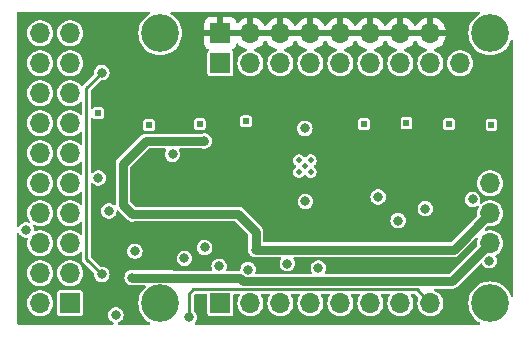
<source format=gbr>
%TF.GenerationSoftware,KiCad,Pcbnew,8.0.7*%
%TF.CreationDate,2024-12-23T22:59:07-05:00*%
%TF.ProjectId,tac5212_audio_board_single_ended,74616335-3231-4325-9f61-7564696f5f62,rev?*%
%TF.SameCoordinates,Original*%
%TF.FileFunction,Copper,L3,Inr*%
%TF.FilePolarity,Positive*%
%FSLAX46Y46*%
G04 Gerber Fmt 4.6, Leading zero omitted, Abs format (unit mm)*
G04 Created by KiCad (PCBNEW 8.0.7) date 2024-12-23 22:59:07*
%MOMM*%
%LPD*%
G01*
G04 APERTURE LIST*
%TA.AperFunction,ComponentPad*%
%ADD10R,1.700000X1.700000*%
%TD*%
%TA.AperFunction,ComponentPad*%
%ADD11O,1.700000X1.700000*%
%TD*%
%TA.AperFunction,ComponentPad*%
%ADD12C,3.200000*%
%TD*%
%TA.AperFunction,ComponentPad*%
%ADD13C,0.500000*%
%TD*%
%TA.AperFunction,ComponentPad*%
%ADD14R,0.500000X0.500000*%
%TD*%
%TA.AperFunction,ViaPad*%
%ADD15C,0.800000*%
%TD*%
%TA.AperFunction,Conductor*%
%ADD16C,0.250000*%
%TD*%
%TA.AperFunction,Conductor*%
%ADD17C,0.750000*%
%TD*%
G04 APERTURE END LIST*
D10*
%TO.N,EN_HELD_HIGH*%
%TO.C,board_outline108*%
X89337500Y-122600000D03*
D11*
%TO.N,unconnected-(board_outline108-HELD_LOW-Pad2)*%
X86797500Y-122600000D03*
%TO.N,Net-(5V108-B)*%
X89337500Y-120060000D03*
%TO.N,GNDD*%
X86797500Y-120060000D03*
%TO.N,unconnected-(board_outline108-12V-Pad5)*%
X89337500Y-117520000D03*
%TO.N,GNDD*%
X86797500Y-117520000D03*
%TO.N,5212_DOUT1+*%
X89337500Y-114980000D03*
%TO.N,GNDD*%
X86797500Y-114980000D03*
%TO.N,5212_DIN1*%
X89337500Y-112440000D03*
%TO.N,GNDD*%
X86797500Y-112440000D03*
%TO.N,5212_BCLK1*%
X89337500Y-109900000D03*
%TO.N,GNDD*%
X86797500Y-109900000D03*
%TO.N,5212_LRCK1*%
X89337500Y-107360000D03*
%TO.N,GNDD*%
X86797500Y-107360000D03*
%TO.N,DSP_SDA*%
X89337500Y-104820000D03*
%TO.N,GNDD*%
X86797500Y-104820000D03*
%TO.N,DSP_SCL*%
X89337500Y-102280000D03*
%TO.N,GNDD*%
X86797500Y-102280000D03*
%TO.N,5212_MCLK1*%
X89337500Y-99740000D03*
%TO.N,GNDD*%
X86797500Y-99740000D03*
D10*
%TO.N,OUT1P+*%
X102047500Y-102285000D03*
%TO.N,Earth*%
X102047500Y-99745000D03*
D11*
%TO.N,OUT1M+*%
X104587500Y-102285000D03*
%TO.N,Earth*%
X104587500Y-99745000D03*
%TO.N,OUT2P+*%
X107127500Y-102285000D03*
%TO.N,Earth*%
X107127500Y-99745000D03*
%TO.N,OUT2M+*%
X109667500Y-102285000D03*
%TO.N,Earth*%
X109667500Y-99745000D03*
%TO.N,IN1P+*%
X112207500Y-102285000D03*
%TO.N,Earth*%
X112207500Y-99745000D03*
%TO.N,IN1M+*%
X114747500Y-102285000D03*
%TO.N,Earth*%
X114747500Y-99745000D03*
%TO.N,IN2P+*%
X117287500Y-102285000D03*
%TO.N,Earth*%
X117287500Y-99745000D03*
%TO.N,IN2M+*%
X119827500Y-102285000D03*
%TO.N,Earth*%
X119827500Y-99745000D03*
D10*
%TO.N,5212_SCL*%
X102047500Y-122605000D03*
D11*
%TO.N,5212_SDA*%
X104587500Y-122605000D03*
%TO.N,GNDD*%
X107127500Y-122605000D03*
%TO.N,GPIO1*%
X109667500Y-122605000D03*
%TO.N,GPIO2*%
X112207500Y-122605000D03*
%TO.N,GPO1*%
X114747500Y-122605000D03*
%TO.N,GPI1*%
X117287500Y-122605000D03*
%TO.N,GNDD*%
X119827500Y-122605000D03*
%TO.N,5V*%
X124892500Y-117525000D03*
%TO.N,3.3V_LDO*%
X124892500Y-114985000D03*
%TO.N,GNDD*%
X124892500Y-112445000D03*
%TO.N,MICBIAS*%
X122352500Y-102285000D03*
D12*
%TO.N,Net-(E108-B)*%
X96952500Y-99745000D03*
%TO.N,Net-(E109-B)*%
X124892500Y-99745000D03*
%TO.N,Net-(G117-A)*%
X96952500Y-122605000D03*
%TO.N,Net-(G118-A)*%
X124892500Y-122605000D03*
%TD*%
D13*
%TO.N,Earth*%
%TO.C,G110*%
X117100000Y-114000000D03*
%TD*%
%TO.N,Earth*%
%TO.C,G109*%
X99200000Y-117200000D03*
%TD*%
%TO.N,Earth*%
%TO.C,G112*%
X118400000Y-114000000D03*
%TD*%
%TO.N,Earth*%
%TO.C,G111*%
X92300000Y-118400000D03*
%TD*%
%TO.N,Earth*%
%TO.C,G113*%
X102600000Y-118400000D03*
%TD*%
%TO.N,GNDD*%
%TO.C,TAC5212*%
X108705025Y-111494975D03*
X108705025Y-110505025D03*
X109200000Y-111000000D03*
X109694975Y-111494975D03*
X109694975Y-110505025D03*
%TD*%
%TO.N,Earth*%
%TO.C,G115*%
X103200000Y-119300000D03*
%TD*%
%TO.N,Earth*%
%TO.C,G114*%
X123000000Y-115600000D03*
%TD*%
%TO.N,Earth*%
%TO.C,G116*%
X125900000Y-110200000D03*
%TD*%
%TO.N,Earth*%
%TO.C,G108*%
X115800000Y-114500000D03*
%TD*%
D14*
%TO.N,OUT2P*%
%TO.C,OP2*%
X100300000Y-107425000D03*
%TD*%
%TO.N,IN2P*%
%TO.C,INP2*%
X121400000Y-107435000D03*
%TD*%
%TO.N,IN2M*%
%TO.C,INM2*%
X125000000Y-107482500D03*
%TD*%
%TO.N,OUT2M*%
%TO.C,OM2*%
X104200000Y-107200000D03*
%TD*%
%TO.N,OUT1P*%
%TO.C,OP1*%
X96000000Y-107500000D03*
%TD*%
%TO.N,IN1M*%
%TO.C,INM1*%
X117800000Y-107362500D03*
%TD*%
%TO.N,OUT1M*%
%TO.C,OM1*%
X91700000Y-106500000D03*
%TD*%
%TO.N,IN1P*%
%TO.C,INP1*%
X114200000Y-107425000D03*
%TD*%
D15*
%TO.N,GNDD*%
X92600000Y-114800000D03*
X99400000Y-123800000D03*
X91719599Y-111998440D03*
X119400000Y-114600000D03*
X109200000Y-107800000D03*
X107711709Y-119246986D03*
X94800000Y-118200000D03*
X109250000Y-113985355D03*
X98000000Y-110000000D03*
X99000000Y-118800000D03*
X115400000Y-113600000D03*
X124800000Y-119000000D03*
X123400000Y-113800000D03*
X100718700Y-117875000D03*
X93200000Y-123600000D03*
%TO.N,5V*%
X94569964Y-120430000D03*
%TO.N,Earth*%
X94600000Y-105800000D03*
X94400000Y-101000000D03*
X91800000Y-123600000D03*
X103224739Y-107762663D03*
X126400000Y-113600000D03*
X112825000Y-110225000D03*
X96200000Y-103200000D03*
X94400000Y-98400000D03*
X108200000Y-105200000D03*
X111200000Y-104200000D03*
X124064601Y-102335399D03*
%TO.N,EN_HELD_HIGH*%
X117100000Y-115600000D03*
%TO.N,5212_SCL*%
X101934085Y-119475000D03*
%TO.N,5212_SDA*%
X92004802Y-120161926D03*
X92007954Y-103082209D03*
%TO.N,3.3V_LDO*%
X100675000Y-108873986D03*
X94600000Y-115050000D03*
X105050000Y-118075008D03*
%TO.N,GPI1*%
X85600000Y-116400000D03*
%TO.N,Net-(PU_EN108-Pad1)*%
X110338844Y-119622742D03*
X104393867Y-119750361D03*
%TD*%
D16*
%TO.N,5212_SDA*%
X90700000Y-118857124D02*
X92004802Y-120161926D01*
X92007954Y-103082209D02*
X90700000Y-104390163D01*
X90700000Y-104390163D02*
X90700000Y-118857124D01*
%TO.N,GNDD*%
X118652500Y-121430000D02*
X99770000Y-121430000D01*
X99400000Y-121800000D02*
X99400000Y-123800000D01*
X119827500Y-122605000D02*
X118652500Y-121430000D01*
X99770000Y-121430000D02*
X99400000Y-121800000D01*
D17*
%TO.N,5V*%
X97853415Y-120430000D02*
X94569964Y-120430000D01*
X121687500Y-120730000D02*
X103923937Y-120730000D01*
X97923415Y-120500000D02*
X97853415Y-120430000D01*
X103923937Y-120730000D02*
X103693937Y-120500000D01*
X103693937Y-120500000D02*
X97923415Y-120500000D01*
X124892500Y-117525000D02*
X121687500Y-120730000D01*
%TO.N,3.3V_LDO*%
X94600000Y-115050000D02*
X103550000Y-115050000D01*
X121802492Y-118075008D02*
X105050000Y-118075008D01*
X93800000Y-114250000D02*
X93800000Y-110800000D01*
X105050000Y-116550000D02*
X105050000Y-118075008D01*
X124892500Y-114985000D02*
X121802492Y-118075008D01*
X93800000Y-110800000D02*
X95726014Y-108873986D01*
X94600000Y-115050000D02*
X93800000Y-114250000D01*
X103550000Y-115050000D02*
X105050000Y-116550000D01*
X95726014Y-108873986D02*
X100675000Y-108873986D01*
%TD*%
%TA.AperFunction,Conductor*%
%TO.N,Earth*%
G36*
X104121575Y-99552007D02*
G01*
X104087500Y-99679174D01*
X104087500Y-99810826D01*
X104121575Y-99937993D01*
X104154488Y-99995000D01*
X102480512Y-99995000D01*
X102513425Y-99937993D01*
X102547500Y-99810826D01*
X102547500Y-99679174D01*
X102513425Y-99552007D01*
X102480512Y-99495000D01*
X104154488Y-99495000D01*
X104121575Y-99552007D01*
G37*
%TD.AperFunction*%
%TA.AperFunction,Conductor*%
G36*
X106661575Y-99552007D02*
G01*
X106627500Y-99679174D01*
X106627500Y-99810826D01*
X106661575Y-99937993D01*
X106694488Y-99995000D01*
X105020512Y-99995000D01*
X105053425Y-99937993D01*
X105087500Y-99810826D01*
X105087500Y-99679174D01*
X105053425Y-99552007D01*
X105020512Y-99495000D01*
X106694488Y-99495000D01*
X106661575Y-99552007D01*
G37*
%TD.AperFunction*%
%TA.AperFunction,Conductor*%
G36*
X109201575Y-99552007D02*
G01*
X109167500Y-99679174D01*
X109167500Y-99810826D01*
X109201575Y-99937993D01*
X109234488Y-99995000D01*
X107560512Y-99995000D01*
X107593425Y-99937993D01*
X107627500Y-99810826D01*
X107627500Y-99679174D01*
X107593425Y-99552007D01*
X107560512Y-99495000D01*
X109234488Y-99495000D01*
X109201575Y-99552007D01*
G37*
%TD.AperFunction*%
%TA.AperFunction,Conductor*%
G36*
X111741575Y-99552007D02*
G01*
X111707500Y-99679174D01*
X111707500Y-99810826D01*
X111741575Y-99937993D01*
X111774488Y-99995000D01*
X110100512Y-99995000D01*
X110133425Y-99937993D01*
X110167500Y-99810826D01*
X110167500Y-99679174D01*
X110133425Y-99552007D01*
X110100512Y-99495000D01*
X111774488Y-99495000D01*
X111741575Y-99552007D01*
G37*
%TD.AperFunction*%
%TA.AperFunction,Conductor*%
G36*
X114281575Y-99552007D02*
G01*
X114247500Y-99679174D01*
X114247500Y-99810826D01*
X114281575Y-99937993D01*
X114314488Y-99995000D01*
X112640512Y-99995000D01*
X112673425Y-99937993D01*
X112707500Y-99810826D01*
X112707500Y-99679174D01*
X112673425Y-99552007D01*
X112640512Y-99495000D01*
X114314488Y-99495000D01*
X114281575Y-99552007D01*
G37*
%TD.AperFunction*%
%TA.AperFunction,Conductor*%
G36*
X116821575Y-99552007D02*
G01*
X116787500Y-99679174D01*
X116787500Y-99810826D01*
X116821575Y-99937993D01*
X116854488Y-99995000D01*
X115180512Y-99995000D01*
X115213425Y-99937993D01*
X115247500Y-99810826D01*
X115247500Y-99679174D01*
X115213425Y-99552007D01*
X115180512Y-99495000D01*
X116854488Y-99495000D01*
X116821575Y-99552007D01*
G37*
%TD.AperFunction*%
%TA.AperFunction,Conductor*%
G36*
X119361575Y-99552007D02*
G01*
X119327500Y-99679174D01*
X119327500Y-99810826D01*
X119361575Y-99937993D01*
X119394488Y-99995000D01*
X117720512Y-99995000D01*
X117753425Y-99937993D01*
X117787500Y-99810826D01*
X117787500Y-99679174D01*
X117753425Y-99552007D01*
X117720512Y-99495000D01*
X119394488Y-99495000D01*
X119361575Y-99552007D01*
G37*
%TD.AperFunction*%
%TA.AperFunction,Conductor*%
G36*
X96058017Y-97963907D02*
G01*
X96093981Y-98013407D01*
X96093981Y-98074593D01*
X96058017Y-98124093D01*
X96047272Y-98130890D01*
X95949488Y-98184283D01*
X95737590Y-98342908D01*
X95550408Y-98530090D01*
X95391783Y-98741988D01*
X95264927Y-98974307D01*
X95264926Y-98974309D01*
X95172424Y-99222317D01*
X95116156Y-99480979D01*
X95097273Y-99745000D01*
X95116156Y-100009020D01*
X95116156Y-100009023D01*
X95116157Y-100009026D01*
X95144486Y-100139252D01*
X95172424Y-100267682D01*
X95264926Y-100515690D01*
X95264927Y-100515692D01*
X95391784Y-100748011D01*
X95391783Y-100748011D01*
X95550408Y-100959909D01*
X95550410Y-100959911D01*
X95550413Y-100959915D01*
X95737585Y-101147087D01*
X95737588Y-101147089D01*
X95737590Y-101147091D01*
X95949488Y-101305716D01*
X96181807Y-101432572D01*
X96181811Y-101432574D01*
X96429817Y-101525075D01*
X96429822Y-101525077D01*
X96688474Y-101581343D01*
X96952500Y-101600227D01*
X97216526Y-101581343D01*
X97475178Y-101525077D01*
X97723189Y-101432574D01*
X97955511Y-101305716D01*
X98167415Y-101147087D01*
X98354587Y-100959915D01*
X98513216Y-100748011D01*
X98570653Y-100642824D01*
X100697499Y-100642824D01*
X100703901Y-100702370D01*
X100703903Y-100702381D01*
X100754146Y-100837088D01*
X100754147Y-100837090D01*
X100840307Y-100952184D01*
X100840315Y-100952192D01*
X100955409Y-101038352D01*
X100955411Y-101038353D01*
X101021128Y-101062864D01*
X101069043Y-101100914D01*
X101085441Y-101159861D01*
X101064060Y-101217189D01*
X101041534Y-101237937D01*
X101016902Y-101254395D01*
X101016897Y-101254400D01*
X100961535Y-101337257D01*
X100961533Y-101337263D01*
X100947001Y-101410315D01*
X100947000Y-101410327D01*
X100947000Y-103159672D01*
X100947001Y-103159684D01*
X100961533Y-103232736D01*
X100961535Y-103232742D01*
X101016897Y-103315599D01*
X101016899Y-103315601D01*
X101099760Y-103370966D01*
X101147690Y-103380500D01*
X101172815Y-103385498D01*
X101172820Y-103385498D01*
X101172826Y-103385500D01*
X101172827Y-103385500D01*
X102922173Y-103385500D01*
X102922174Y-103385500D01*
X102995240Y-103370966D01*
X103078101Y-103315601D01*
X103133466Y-103232740D01*
X103148000Y-103159674D01*
X103148000Y-101410326D01*
X103133466Y-101337260D01*
X103078101Y-101254399D01*
X103078099Y-101254397D01*
X103053466Y-101237938D01*
X103015586Y-101189888D01*
X103013184Y-101128750D01*
X103047176Y-101077876D01*
X103073871Y-101062863D01*
X103139592Y-101038351D01*
X103254684Y-100952192D01*
X103254692Y-100952184D01*
X103340852Y-100837090D01*
X103340853Y-100837088D01*
X103391096Y-100702381D01*
X103391098Y-100702370D01*
X103392722Y-100687269D01*
X103417741Y-100631432D01*
X103470801Y-100600965D01*
X103531636Y-100607504D01*
X103561159Y-100627846D01*
X103716426Y-100783113D01*
X103909922Y-100918600D01*
X104124009Y-101018430D01*
X104237018Y-101048711D01*
X104288332Y-101082035D01*
X104310259Y-101139156D01*
X104294424Y-101198257D01*
X104247157Y-101236653D01*
X104094863Y-101295652D01*
X104027664Y-101337260D01*
X103921459Y-101403019D01*
X103770737Y-101540420D01*
X103647828Y-101703177D01*
X103647823Y-101703186D01*
X103556919Y-101885747D01*
X103556918Y-101885750D01*
X103501103Y-102081917D01*
X103482285Y-102285000D01*
X103501103Y-102488083D01*
X103556918Y-102684250D01*
X103647827Y-102866821D01*
X103770736Y-103029579D01*
X103921459Y-103166981D01*
X104094863Y-103274348D01*
X104285044Y-103348024D01*
X104485524Y-103385500D01*
X104689476Y-103385500D01*
X104889956Y-103348024D01*
X105080137Y-103274348D01*
X105253541Y-103166981D01*
X105404264Y-103029579D01*
X105527173Y-102866821D01*
X105618082Y-102684250D01*
X105673897Y-102488083D01*
X105692715Y-102285000D01*
X105673897Y-102081917D01*
X105618082Y-101885750D01*
X105527173Y-101703179D01*
X105404264Y-101540421D01*
X105253541Y-101403019D01*
X105080137Y-101295652D01*
X104927840Y-101236652D01*
X104880410Y-101198001D01*
X104864756Y-101138852D01*
X104886859Y-101081799D01*
X104937981Y-101048711D01*
X105050990Y-101018430D01*
X105265077Y-100918600D01*
X105458573Y-100783113D01*
X105625613Y-100616073D01*
X105761101Y-100422576D01*
X105761102Y-100422574D01*
X105767775Y-100408265D01*
X105809503Y-100363516D01*
X105869564Y-100351841D01*
X105925017Y-100377698D01*
X105947225Y-100408265D01*
X105953897Y-100422574D01*
X105953898Y-100422576D01*
X106089386Y-100616073D01*
X106256426Y-100783113D01*
X106449922Y-100918600D01*
X106664009Y-101018430D01*
X106777018Y-101048711D01*
X106828332Y-101082035D01*
X106850259Y-101139156D01*
X106834424Y-101198257D01*
X106787157Y-101236653D01*
X106634863Y-101295652D01*
X106567664Y-101337260D01*
X106461459Y-101403019D01*
X106310737Y-101540420D01*
X106187828Y-101703177D01*
X106187823Y-101703186D01*
X106096919Y-101885747D01*
X106096918Y-101885750D01*
X106041103Y-102081917D01*
X106022285Y-102285000D01*
X106041103Y-102488083D01*
X106096918Y-102684250D01*
X106187827Y-102866821D01*
X106310736Y-103029579D01*
X106461459Y-103166981D01*
X106634863Y-103274348D01*
X106825044Y-103348024D01*
X107025524Y-103385500D01*
X107229476Y-103385500D01*
X107429956Y-103348024D01*
X107620137Y-103274348D01*
X107793541Y-103166981D01*
X107944264Y-103029579D01*
X108067173Y-102866821D01*
X108158082Y-102684250D01*
X108213897Y-102488083D01*
X108232715Y-102285000D01*
X108213897Y-102081917D01*
X108158082Y-101885750D01*
X108067173Y-101703179D01*
X107944264Y-101540421D01*
X107793541Y-101403019D01*
X107620137Y-101295652D01*
X107467840Y-101236652D01*
X107420410Y-101198001D01*
X107404756Y-101138852D01*
X107426859Y-101081799D01*
X107477981Y-101048711D01*
X107590990Y-101018430D01*
X107805077Y-100918600D01*
X107998573Y-100783113D01*
X108165613Y-100616073D01*
X108301101Y-100422576D01*
X108301102Y-100422574D01*
X108307775Y-100408265D01*
X108349503Y-100363516D01*
X108409564Y-100351841D01*
X108465017Y-100377698D01*
X108487225Y-100408265D01*
X108493897Y-100422574D01*
X108493898Y-100422576D01*
X108629386Y-100616073D01*
X108796426Y-100783113D01*
X108989922Y-100918600D01*
X109204009Y-101018430D01*
X109317018Y-101048711D01*
X109368332Y-101082035D01*
X109390259Y-101139156D01*
X109374424Y-101198257D01*
X109327157Y-101236653D01*
X109174863Y-101295652D01*
X109107664Y-101337260D01*
X109001459Y-101403019D01*
X108850737Y-101540420D01*
X108727828Y-101703177D01*
X108727823Y-101703186D01*
X108636919Y-101885747D01*
X108636918Y-101885750D01*
X108581103Y-102081917D01*
X108562285Y-102285000D01*
X108581103Y-102488083D01*
X108636918Y-102684250D01*
X108727827Y-102866821D01*
X108850736Y-103029579D01*
X109001459Y-103166981D01*
X109174863Y-103274348D01*
X109365044Y-103348024D01*
X109565524Y-103385500D01*
X109769476Y-103385500D01*
X109969956Y-103348024D01*
X110160137Y-103274348D01*
X110333541Y-103166981D01*
X110484264Y-103029579D01*
X110607173Y-102866821D01*
X110698082Y-102684250D01*
X110753897Y-102488083D01*
X110772715Y-102285000D01*
X110753897Y-102081917D01*
X110698082Y-101885750D01*
X110607173Y-101703179D01*
X110484264Y-101540421D01*
X110333541Y-101403019D01*
X110160137Y-101295652D01*
X110007840Y-101236652D01*
X109960410Y-101198001D01*
X109944756Y-101138852D01*
X109966859Y-101081799D01*
X110017981Y-101048711D01*
X110130990Y-101018430D01*
X110345077Y-100918600D01*
X110538573Y-100783113D01*
X110705613Y-100616073D01*
X110841101Y-100422576D01*
X110841102Y-100422574D01*
X110847775Y-100408265D01*
X110889503Y-100363516D01*
X110949564Y-100351841D01*
X111005017Y-100377698D01*
X111027225Y-100408265D01*
X111033897Y-100422574D01*
X111033898Y-100422576D01*
X111169386Y-100616073D01*
X111336426Y-100783113D01*
X111529922Y-100918600D01*
X111744009Y-101018430D01*
X111857018Y-101048711D01*
X111908332Y-101082035D01*
X111930259Y-101139156D01*
X111914424Y-101198257D01*
X111867157Y-101236653D01*
X111714863Y-101295652D01*
X111647664Y-101337260D01*
X111541459Y-101403019D01*
X111390737Y-101540420D01*
X111267828Y-101703177D01*
X111267823Y-101703186D01*
X111176919Y-101885747D01*
X111176918Y-101885750D01*
X111121103Y-102081917D01*
X111102285Y-102285000D01*
X111121103Y-102488083D01*
X111176918Y-102684250D01*
X111267827Y-102866821D01*
X111390736Y-103029579D01*
X111541459Y-103166981D01*
X111714863Y-103274348D01*
X111905044Y-103348024D01*
X112105524Y-103385500D01*
X112309476Y-103385500D01*
X112509956Y-103348024D01*
X112700137Y-103274348D01*
X112873541Y-103166981D01*
X113024264Y-103029579D01*
X113147173Y-102866821D01*
X113238082Y-102684250D01*
X113293897Y-102488083D01*
X113312715Y-102285000D01*
X113293897Y-102081917D01*
X113238082Y-101885750D01*
X113147173Y-101703179D01*
X113024264Y-101540421D01*
X112873541Y-101403019D01*
X112700137Y-101295652D01*
X112547840Y-101236652D01*
X112500410Y-101198001D01*
X112484756Y-101138852D01*
X112506859Y-101081799D01*
X112557981Y-101048711D01*
X112670990Y-101018430D01*
X112885077Y-100918600D01*
X113078573Y-100783113D01*
X113245613Y-100616073D01*
X113381101Y-100422576D01*
X113381102Y-100422574D01*
X113387775Y-100408265D01*
X113429503Y-100363516D01*
X113489564Y-100351841D01*
X113545017Y-100377698D01*
X113567225Y-100408265D01*
X113573897Y-100422574D01*
X113573898Y-100422576D01*
X113709386Y-100616073D01*
X113876426Y-100783113D01*
X114069922Y-100918600D01*
X114284009Y-101018430D01*
X114397018Y-101048711D01*
X114448332Y-101082035D01*
X114470259Y-101139156D01*
X114454424Y-101198257D01*
X114407157Y-101236653D01*
X114254863Y-101295652D01*
X114187664Y-101337260D01*
X114081459Y-101403019D01*
X113930737Y-101540420D01*
X113807828Y-101703177D01*
X113807823Y-101703186D01*
X113716919Y-101885747D01*
X113716918Y-101885750D01*
X113661103Y-102081917D01*
X113642285Y-102285000D01*
X113661103Y-102488083D01*
X113716918Y-102684250D01*
X113807827Y-102866821D01*
X113930736Y-103029579D01*
X114081459Y-103166981D01*
X114254863Y-103274348D01*
X114445044Y-103348024D01*
X114645524Y-103385500D01*
X114849476Y-103385500D01*
X115049956Y-103348024D01*
X115240137Y-103274348D01*
X115413541Y-103166981D01*
X115564264Y-103029579D01*
X115687173Y-102866821D01*
X115778082Y-102684250D01*
X115833897Y-102488083D01*
X115852715Y-102285000D01*
X115833897Y-102081917D01*
X115778082Y-101885750D01*
X115687173Y-101703179D01*
X115564264Y-101540421D01*
X115413541Y-101403019D01*
X115240137Y-101295652D01*
X115087840Y-101236652D01*
X115040410Y-101198001D01*
X115024756Y-101138852D01*
X115046859Y-101081799D01*
X115097981Y-101048711D01*
X115210990Y-101018430D01*
X115425077Y-100918600D01*
X115618573Y-100783113D01*
X115785613Y-100616073D01*
X115921101Y-100422576D01*
X115921102Y-100422574D01*
X115927775Y-100408265D01*
X115969503Y-100363516D01*
X116029564Y-100351841D01*
X116085017Y-100377698D01*
X116107225Y-100408265D01*
X116113897Y-100422574D01*
X116113898Y-100422576D01*
X116249386Y-100616073D01*
X116416426Y-100783113D01*
X116609922Y-100918600D01*
X116824009Y-101018430D01*
X116937018Y-101048711D01*
X116988332Y-101082035D01*
X117010259Y-101139156D01*
X116994424Y-101198257D01*
X116947157Y-101236653D01*
X116794863Y-101295652D01*
X116727664Y-101337260D01*
X116621459Y-101403019D01*
X116470737Y-101540420D01*
X116347828Y-101703177D01*
X116347823Y-101703186D01*
X116256919Y-101885747D01*
X116256918Y-101885750D01*
X116201103Y-102081917D01*
X116182285Y-102285000D01*
X116201103Y-102488083D01*
X116256918Y-102684250D01*
X116347827Y-102866821D01*
X116470736Y-103029579D01*
X116621459Y-103166981D01*
X116794863Y-103274348D01*
X116985044Y-103348024D01*
X117185524Y-103385500D01*
X117389476Y-103385500D01*
X117589956Y-103348024D01*
X117780137Y-103274348D01*
X117953541Y-103166981D01*
X118104264Y-103029579D01*
X118227173Y-102866821D01*
X118318082Y-102684250D01*
X118373897Y-102488083D01*
X118392715Y-102285000D01*
X118373897Y-102081917D01*
X118318082Y-101885750D01*
X118227173Y-101703179D01*
X118104264Y-101540421D01*
X117953541Y-101403019D01*
X117780137Y-101295652D01*
X117627840Y-101236652D01*
X117580410Y-101198001D01*
X117564756Y-101138852D01*
X117586859Y-101081799D01*
X117637981Y-101048711D01*
X117750990Y-101018430D01*
X117965077Y-100918600D01*
X118158573Y-100783113D01*
X118325613Y-100616073D01*
X118461101Y-100422576D01*
X118461102Y-100422574D01*
X118467775Y-100408265D01*
X118509503Y-100363516D01*
X118569564Y-100351841D01*
X118625017Y-100377698D01*
X118647225Y-100408265D01*
X118653897Y-100422574D01*
X118653898Y-100422576D01*
X118789386Y-100616073D01*
X118956426Y-100783113D01*
X119149922Y-100918600D01*
X119364009Y-101018430D01*
X119477018Y-101048711D01*
X119528332Y-101082035D01*
X119550259Y-101139156D01*
X119534424Y-101198257D01*
X119487157Y-101236653D01*
X119334863Y-101295652D01*
X119267664Y-101337260D01*
X119161459Y-101403019D01*
X119010737Y-101540420D01*
X118887828Y-101703177D01*
X118887823Y-101703186D01*
X118796919Y-101885747D01*
X118796918Y-101885750D01*
X118741103Y-102081917D01*
X118722285Y-102285000D01*
X118741103Y-102488083D01*
X118796918Y-102684250D01*
X118887827Y-102866821D01*
X119010736Y-103029579D01*
X119161459Y-103166981D01*
X119334863Y-103274348D01*
X119525044Y-103348024D01*
X119725524Y-103385500D01*
X119929476Y-103385500D01*
X120129956Y-103348024D01*
X120320137Y-103274348D01*
X120493541Y-103166981D01*
X120644264Y-103029579D01*
X120767173Y-102866821D01*
X120858082Y-102684250D01*
X120913897Y-102488083D01*
X120932715Y-102285000D01*
X121247285Y-102285000D01*
X121266103Y-102488083D01*
X121321918Y-102684250D01*
X121412827Y-102866821D01*
X121535736Y-103029579D01*
X121686459Y-103166981D01*
X121859863Y-103274348D01*
X122050044Y-103348024D01*
X122250524Y-103385500D01*
X122454476Y-103385500D01*
X122654956Y-103348024D01*
X122845137Y-103274348D01*
X123018541Y-103166981D01*
X123169264Y-103029579D01*
X123292173Y-102866821D01*
X123383082Y-102684250D01*
X123438897Y-102488083D01*
X123457715Y-102285000D01*
X123438897Y-102081917D01*
X123383082Y-101885750D01*
X123292173Y-101703179D01*
X123169264Y-101540421D01*
X123018541Y-101403019D01*
X122845137Y-101295652D01*
X122654956Y-101221976D01*
X122654955Y-101221975D01*
X122654953Y-101221975D01*
X122454476Y-101184500D01*
X122250524Y-101184500D01*
X122050046Y-101221975D01*
X122008841Y-101237938D01*
X121859863Y-101295652D01*
X121792664Y-101337260D01*
X121686459Y-101403019D01*
X121535737Y-101540420D01*
X121412828Y-101703177D01*
X121412823Y-101703186D01*
X121321919Y-101885747D01*
X121321918Y-101885750D01*
X121266103Y-102081917D01*
X121247285Y-102285000D01*
X120932715Y-102285000D01*
X120913897Y-102081917D01*
X120858082Y-101885750D01*
X120767173Y-101703179D01*
X120644264Y-101540421D01*
X120493541Y-101403019D01*
X120320137Y-101295652D01*
X120167840Y-101236652D01*
X120120410Y-101198001D01*
X120104756Y-101138852D01*
X120126859Y-101081799D01*
X120177981Y-101048711D01*
X120290990Y-101018430D01*
X120505077Y-100918600D01*
X120698573Y-100783113D01*
X120865613Y-100616073D01*
X121001100Y-100422577D01*
X121100930Y-100208489D01*
X121158136Y-99995000D01*
X120260512Y-99995000D01*
X120293425Y-99937993D01*
X120327500Y-99810826D01*
X120327500Y-99679174D01*
X120293425Y-99552007D01*
X120260512Y-99495000D01*
X121158136Y-99495000D01*
X121100929Y-99281505D01*
X121001105Y-99067432D01*
X121001101Y-99067424D01*
X120865613Y-98873926D01*
X120698573Y-98706886D01*
X120505077Y-98571399D01*
X120290989Y-98471569D01*
X120077500Y-98414364D01*
X120077500Y-99311988D01*
X120020493Y-99279075D01*
X119893326Y-99245000D01*
X119761674Y-99245000D01*
X119634507Y-99279075D01*
X119577500Y-99311988D01*
X119577500Y-98414364D01*
X119364005Y-98471570D01*
X119149932Y-98571394D01*
X119149924Y-98571398D01*
X118956426Y-98706886D01*
X118789386Y-98873926D01*
X118653898Y-99067424D01*
X118653896Y-99067428D01*
X118647224Y-99081737D01*
X118605495Y-99126485D01*
X118545434Y-99138159D01*
X118489981Y-99112300D01*
X118467776Y-99081737D01*
X118461103Y-99067428D01*
X118461101Y-99067424D01*
X118325613Y-98873926D01*
X118158573Y-98706886D01*
X117965077Y-98571399D01*
X117750989Y-98471569D01*
X117537500Y-98414364D01*
X117537500Y-99311988D01*
X117480493Y-99279075D01*
X117353326Y-99245000D01*
X117221674Y-99245000D01*
X117094507Y-99279075D01*
X117037500Y-99311988D01*
X117037500Y-98414364D01*
X116824005Y-98471570D01*
X116609932Y-98571394D01*
X116609924Y-98571398D01*
X116416426Y-98706886D01*
X116249386Y-98873926D01*
X116113898Y-99067424D01*
X116113896Y-99067428D01*
X116107224Y-99081737D01*
X116065495Y-99126485D01*
X116005434Y-99138159D01*
X115949981Y-99112300D01*
X115927776Y-99081737D01*
X115921103Y-99067428D01*
X115921101Y-99067424D01*
X115785613Y-98873926D01*
X115618573Y-98706886D01*
X115425077Y-98571399D01*
X115210989Y-98471569D01*
X114997500Y-98414364D01*
X114997500Y-99311988D01*
X114940493Y-99279075D01*
X114813326Y-99245000D01*
X114681674Y-99245000D01*
X114554507Y-99279075D01*
X114497500Y-99311988D01*
X114497500Y-98414364D01*
X114284005Y-98471570D01*
X114069932Y-98571394D01*
X114069924Y-98571398D01*
X113876426Y-98706886D01*
X113709386Y-98873926D01*
X113573898Y-99067424D01*
X113573896Y-99067428D01*
X113567224Y-99081737D01*
X113525495Y-99126485D01*
X113465434Y-99138159D01*
X113409981Y-99112300D01*
X113387776Y-99081737D01*
X113381103Y-99067428D01*
X113381101Y-99067424D01*
X113245613Y-98873926D01*
X113078573Y-98706886D01*
X112885077Y-98571399D01*
X112670989Y-98471569D01*
X112457500Y-98414364D01*
X112457500Y-99311988D01*
X112400493Y-99279075D01*
X112273326Y-99245000D01*
X112141674Y-99245000D01*
X112014507Y-99279075D01*
X111957500Y-99311988D01*
X111957500Y-98414364D01*
X111744005Y-98471570D01*
X111529932Y-98571394D01*
X111529924Y-98571398D01*
X111336426Y-98706886D01*
X111169386Y-98873926D01*
X111033898Y-99067424D01*
X111033896Y-99067428D01*
X111027224Y-99081737D01*
X110985495Y-99126485D01*
X110925434Y-99138159D01*
X110869981Y-99112300D01*
X110847776Y-99081737D01*
X110841103Y-99067428D01*
X110841101Y-99067424D01*
X110705613Y-98873926D01*
X110538573Y-98706886D01*
X110345077Y-98571399D01*
X110130989Y-98471569D01*
X109917500Y-98414364D01*
X109917500Y-99311988D01*
X109860493Y-99279075D01*
X109733326Y-99245000D01*
X109601674Y-99245000D01*
X109474507Y-99279075D01*
X109417500Y-99311988D01*
X109417500Y-98414364D01*
X109204005Y-98471570D01*
X108989932Y-98571394D01*
X108989924Y-98571398D01*
X108796426Y-98706886D01*
X108629386Y-98873926D01*
X108493898Y-99067424D01*
X108493896Y-99067428D01*
X108487224Y-99081737D01*
X108445495Y-99126485D01*
X108385434Y-99138159D01*
X108329981Y-99112300D01*
X108307776Y-99081737D01*
X108301103Y-99067428D01*
X108301101Y-99067424D01*
X108165613Y-98873926D01*
X107998573Y-98706886D01*
X107805077Y-98571399D01*
X107590989Y-98471569D01*
X107377500Y-98414364D01*
X107377500Y-99311988D01*
X107320493Y-99279075D01*
X107193326Y-99245000D01*
X107061674Y-99245000D01*
X106934507Y-99279075D01*
X106877500Y-99311988D01*
X106877500Y-98414364D01*
X106664005Y-98471570D01*
X106449932Y-98571394D01*
X106449924Y-98571398D01*
X106256426Y-98706886D01*
X106089386Y-98873926D01*
X105953898Y-99067424D01*
X105953896Y-99067428D01*
X105947224Y-99081737D01*
X105905495Y-99126485D01*
X105845434Y-99138159D01*
X105789981Y-99112300D01*
X105767776Y-99081737D01*
X105761103Y-99067428D01*
X105761101Y-99067424D01*
X105625613Y-98873926D01*
X105458573Y-98706886D01*
X105265077Y-98571399D01*
X105050989Y-98471569D01*
X104837500Y-98414364D01*
X104837500Y-99311988D01*
X104780493Y-99279075D01*
X104653326Y-99245000D01*
X104521674Y-99245000D01*
X104394507Y-99279075D01*
X104337500Y-99311988D01*
X104337500Y-98414364D01*
X104124005Y-98471570D01*
X103909932Y-98571394D01*
X103909924Y-98571398D01*
X103716425Y-98706887D01*
X103716421Y-98706890D01*
X103561158Y-98862153D01*
X103506642Y-98889930D01*
X103446210Y-98880359D01*
X103402945Y-98837094D01*
X103392722Y-98802731D01*
X103391098Y-98787629D01*
X103391096Y-98787618D01*
X103340853Y-98652911D01*
X103340852Y-98652909D01*
X103254692Y-98537815D01*
X103254684Y-98537807D01*
X103139590Y-98451647D01*
X103139588Y-98451646D01*
X103004881Y-98401403D01*
X103004870Y-98401401D01*
X102945324Y-98395000D01*
X102297501Y-98395000D01*
X102297500Y-98395001D01*
X102297500Y-99311988D01*
X102240493Y-99279075D01*
X102113326Y-99245000D01*
X101981674Y-99245000D01*
X101854507Y-99279075D01*
X101797500Y-99311988D01*
X101797500Y-98395001D01*
X101797499Y-98395000D01*
X101149676Y-98395000D01*
X101090129Y-98401401D01*
X101090118Y-98401403D01*
X100955411Y-98451646D01*
X100955409Y-98451647D01*
X100840315Y-98537807D01*
X100840307Y-98537815D01*
X100754147Y-98652909D01*
X100754146Y-98652911D01*
X100703903Y-98787618D01*
X100703901Y-98787629D01*
X100697500Y-98847175D01*
X100697500Y-99494999D01*
X100697501Y-99495000D01*
X101614488Y-99495000D01*
X101581575Y-99552007D01*
X101547500Y-99679174D01*
X101547500Y-99810826D01*
X101581575Y-99937993D01*
X101614488Y-99995000D01*
X100697501Y-99995000D01*
X100697500Y-99995001D01*
X100697500Y-100642824D01*
X100697499Y-100642824D01*
X98570653Y-100642824D01*
X98640074Y-100515689D01*
X98732577Y-100267678D01*
X98788843Y-100009026D01*
X98807727Y-99745000D01*
X98788843Y-99480974D01*
X98732577Y-99222322D01*
X98640074Y-98974311D01*
X98513216Y-98741989D01*
X98513215Y-98741988D01*
X98513216Y-98741988D01*
X98354591Y-98530090D01*
X98354589Y-98530088D01*
X98354587Y-98530085D01*
X98167415Y-98342913D01*
X98167411Y-98342910D01*
X98167409Y-98342908D01*
X97955511Y-98184283D01*
X97857728Y-98130890D01*
X97815717Y-98086408D01*
X97807875Y-98025727D01*
X97837198Y-97972026D01*
X97892486Y-97945816D01*
X97905174Y-97945000D01*
X123939826Y-97945000D01*
X123998017Y-97963907D01*
X124033981Y-98013407D01*
X124033981Y-98074593D01*
X123998017Y-98124093D01*
X123987272Y-98130890D01*
X123889488Y-98184283D01*
X123677590Y-98342908D01*
X123490408Y-98530090D01*
X123331783Y-98741988D01*
X123204927Y-98974307D01*
X123204926Y-98974309D01*
X123112424Y-99222317D01*
X123056156Y-99480979D01*
X123037273Y-99745000D01*
X123056156Y-100009020D01*
X123056156Y-100009023D01*
X123056157Y-100009026D01*
X123084486Y-100139252D01*
X123112424Y-100267682D01*
X123204926Y-100515690D01*
X123204927Y-100515692D01*
X123331784Y-100748011D01*
X123331783Y-100748011D01*
X123490408Y-100959909D01*
X123490410Y-100959911D01*
X123490413Y-100959915D01*
X123677585Y-101147087D01*
X123677588Y-101147089D01*
X123677590Y-101147091D01*
X123889488Y-101305716D01*
X124121807Y-101432572D01*
X124121811Y-101432574D01*
X124369817Y-101525075D01*
X124369822Y-101525077D01*
X124628474Y-101581343D01*
X124892500Y-101600227D01*
X125156526Y-101581343D01*
X125415178Y-101525077D01*
X125663189Y-101432574D01*
X125895511Y-101305716D01*
X126107415Y-101147087D01*
X126294587Y-100959915D01*
X126453216Y-100748011D01*
X126580074Y-100515689D01*
X126640742Y-100353030D01*
X126678793Y-100305117D01*
X126737740Y-100288719D01*
X126795067Y-100310101D01*
X126828878Y-100361096D01*
X126832500Y-100387628D01*
X126832500Y-121962371D01*
X126813593Y-122020562D01*
X126764093Y-122056526D01*
X126702907Y-122056526D01*
X126653407Y-122020562D01*
X126640742Y-121996968D01*
X126589812Y-121860420D01*
X126580074Y-121834311D01*
X126453216Y-121601989D01*
X126453215Y-121601988D01*
X126453216Y-121601988D01*
X126294591Y-121390090D01*
X126294589Y-121390088D01*
X126294587Y-121390085D01*
X126107415Y-121202913D01*
X126107411Y-121202910D01*
X126107409Y-121202908D01*
X125895511Y-121044283D01*
X125663192Y-120917427D01*
X125663190Y-120917426D01*
X125415181Y-120824924D01*
X125415183Y-120824924D01*
X125357459Y-120812367D01*
X125156526Y-120768657D01*
X125156523Y-120768656D01*
X125156520Y-120768656D01*
X124892500Y-120749773D01*
X124628479Y-120768656D01*
X124628474Y-120768656D01*
X124628474Y-120768657D01*
X124499148Y-120796790D01*
X124369817Y-120824924D01*
X124121809Y-120917426D01*
X124121807Y-120917427D01*
X123889488Y-121044283D01*
X123677590Y-121202908D01*
X123490408Y-121390090D01*
X123331783Y-121601988D01*
X123204927Y-121834307D01*
X123204926Y-121834309D01*
X123112424Y-122082317D01*
X123056156Y-122340979D01*
X123037273Y-122605000D01*
X123056156Y-122869020D01*
X123056156Y-122869023D01*
X123056157Y-122869026D01*
X123097857Y-123060717D01*
X123112424Y-123127682D01*
X123204926Y-123375690D01*
X123204927Y-123375692D01*
X123331784Y-123608011D01*
X123331783Y-123608011D01*
X123490408Y-123819909D01*
X123490410Y-123819911D01*
X123490413Y-123819915D01*
X123677585Y-124007087D01*
X123677588Y-124007089D01*
X123677590Y-124007091D01*
X123889488Y-124165716D01*
X123987272Y-124219110D01*
X124029283Y-124263592D01*
X124037125Y-124324273D01*
X124007802Y-124377974D01*
X123952514Y-124404184D01*
X123939826Y-124405000D01*
X99959104Y-124405000D01*
X99900913Y-124386093D01*
X99864949Y-124336593D01*
X99864949Y-124275407D01*
X99887955Y-124240287D01*
X99886514Y-124239010D01*
X99890478Y-124234534D01*
X99890483Y-124234530D01*
X99980220Y-124104523D01*
X100036237Y-123956818D01*
X100055278Y-123800000D01*
X100036237Y-123643182D01*
X99980220Y-123495477D01*
X99897539Y-123375692D01*
X99890484Y-123365471D01*
X99808851Y-123293151D01*
X99777832Y-123240411D01*
X99775500Y-123219048D01*
X99775500Y-121996545D01*
X99794407Y-121938354D01*
X99804496Y-121926541D01*
X99896541Y-121834496D01*
X99951058Y-121806719D01*
X99966545Y-121805500D01*
X100848000Y-121805500D01*
X100906191Y-121824407D01*
X100942155Y-121873907D01*
X100947000Y-121904500D01*
X100947000Y-123479672D01*
X100947001Y-123479684D01*
X100961533Y-123552736D01*
X100961535Y-123552742D01*
X101016897Y-123635599D01*
X101016899Y-123635601D01*
X101099760Y-123690966D01*
X101147680Y-123700498D01*
X101172815Y-123705498D01*
X101172820Y-123705498D01*
X101172826Y-123705500D01*
X101172827Y-123705500D01*
X102922173Y-123705500D01*
X102922174Y-123705500D01*
X102995240Y-123690966D01*
X103078101Y-123635601D01*
X103133466Y-123552740D01*
X103148000Y-123479674D01*
X103148000Y-121904500D01*
X103166907Y-121846309D01*
X103216407Y-121810345D01*
X103247000Y-121805500D01*
X103613392Y-121805500D01*
X103671583Y-121824407D01*
X103707547Y-121873907D01*
X103707547Y-121935093D01*
X103692397Y-121964157D01*
X103667940Y-121996545D01*
X103647828Y-122023177D01*
X103647823Y-122023186D01*
X103558512Y-122202548D01*
X103556918Y-122205750D01*
X103501103Y-122401917D01*
X103482285Y-122605000D01*
X103501103Y-122808083D01*
X103556918Y-123004250D01*
X103647827Y-123186821D01*
X103770736Y-123349579D01*
X103921459Y-123486981D01*
X104094863Y-123594348D01*
X104285044Y-123668024D01*
X104485524Y-123705500D01*
X104689476Y-123705500D01*
X104889956Y-123668024D01*
X105080137Y-123594348D01*
X105253541Y-123486981D01*
X105404264Y-123349579D01*
X105527173Y-123186821D01*
X105618082Y-123004250D01*
X105673897Y-122808083D01*
X105692715Y-122605000D01*
X105673897Y-122401917D01*
X105618082Y-122205750D01*
X105527173Y-122023179D01*
X105482603Y-121964159D01*
X105462625Y-121906329D01*
X105480454Y-121847799D01*
X105529281Y-121810927D01*
X105561608Y-121805500D01*
X106153392Y-121805500D01*
X106211583Y-121824407D01*
X106247547Y-121873907D01*
X106247547Y-121935093D01*
X106232397Y-121964157D01*
X106207940Y-121996545D01*
X106187828Y-122023177D01*
X106187823Y-122023186D01*
X106098512Y-122202548D01*
X106096918Y-122205750D01*
X106041103Y-122401917D01*
X106022285Y-122605000D01*
X106041103Y-122808083D01*
X106096918Y-123004250D01*
X106187827Y-123186821D01*
X106310736Y-123349579D01*
X106461459Y-123486981D01*
X106634863Y-123594348D01*
X106825044Y-123668024D01*
X107025524Y-123705500D01*
X107229476Y-123705500D01*
X107429956Y-123668024D01*
X107620137Y-123594348D01*
X107793541Y-123486981D01*
X107944264Y-123349579D01*
X108067173Y-123186821D01*
X108158082Y-123004250D01*
X108213897Y-122808083D01*
X108232715Y-122605000D01*
X108213897Y-122401917D01*
X108158082Y-122205750D01*
X108067173Y-122023179D01*
X108022603Y-121964159D01*
X108002625Y-121906329D01*
X108020454Y-121847799D01*
X108069281Y-121810927D01*
X108101608Y-121805500D01*
X108693392Y-121805500D01*
X108751583Y-121824407D01*
X108787547Y-121873907D01*
X108787547Y-121935093D01*
X108772397Y-121964157D01*
X108747940Y-121996545D01*
X108727828Y-122023177D01*
X108727823Y-122023186D01*
X108638512Y-122202548D01*
X108636918Y-122205750D01*
X108581103Y-122401917D01*
X108562285Y-122605000D01*
X108581103Y-122808083D01*
X108636918Y-123004250D01*
X108727827Y-123186821D01*
X108850736Y-123349579D01*
X109001459Y-123486981D01*
X109174863Y-123594348D01*
X109365044Y-123668024D01*
X109565524Y-123705500D01*
X109769476Y-123705500D01*
X109969956Y-123668024D01*
X110160137Y-123594348D01*
X110333541Y-123486981D01*
X110484264Y-123349579D01*
X110607173Y-123186821D01*
X110698082Y-123004250D01*
X110753897Y-122808083D01*
X110772715Y-122605000D01*
X110753897Y-122401917D01*
X110698082Y-122205750D01*
X110607173Y-122023179D01*
X110562603Y-121964159D01*
X110542625Y-121906329D01*
X110560454Y-121847799D01*
X110609281Y-121810927D01*
X110641608Y-121805500D01*
X111233392Y-121805500D01*
X111291583Y-121824407D01*
X111327547Y-121873907D01*
X111327547Y-121935093D01*
X111312397Y-121964157D01*
X111287940Y-121996545D01*
X111267828Y-122023177D01*
X111267823Y-122023186D01*
X111178512Y-122202548D01*
X111176918Y-122205750D01*
X111121103Y-122401917D01*
X111102285Y-122605000D01*
X111121103Y-122808083D01*
X111176918Y-123004250D01*
X111267827Y-123186821D01*
X111390736Y-123349579D01*
X111541459Y-123486981D01*
X111714863Y-123594348D01*
X111905044Y-123668024D01*
X112105524Y-123705500D01*
X112309476Y-123705500D01*
X112509956Y-123668024D01*
X112700137Y-123594348D01*
X112873541Y-123486981D01*
X113024264Y-123349579D01*
X113147173Y-123186821D01*
X113238082Y-123004250D01*
X113293897Y-122808083D01*
X113312715Y-122605000D01*
X113293897Y-122401917D01*
X113238082Y-122205750D01*
X113147173Y-122023179D01*
X113102603Y-121964159D01*
X113082625Y-121906329D01*
X113100454Y-121847799D01*
X113149281Y-121810927D01*
X113181608Y-121805500D01*
X113773392Y-121805500D01*
X113831583Y-121824407D01*
X113867547Y-121873907D01*
X113867547Y-121935093D01*
X113852397Y-121964157D01*
X113827940Y-121996545D01*
X113807828Y-122023177D01*
X113807823Y-122023186D01*
X113718512Y-122202548D01*
X113716918Y-122205750D01*
X113661103Y-122401917D01*
X113642285Y-122605000D01*
X113661103Y-122808083D01*
X113716918Y-123004250D01*
X113807827Y-123186821D01*
X113930736Y-123349579D01*
X114081459Y-123486981D01*
X114254863Y-123594348D01*
X114445044Y-123668024D01*
X114645524Y-123705500D01*
X114849476Y-123705500D01*
X115049956Y-123668024D01*
X115240137Y-123594348D01*
X115413541Y-123486981D01*
X115564264Y-123349579D01*
X115687173Y-123186821D01*
X115778082Y-123004250D01*
X115833897Y-122808083D01*
X115852715Y-122605000D01*
X115833897Y-122401917D01*
X115778082Y-122205750D01*
X115687173Y-122023179D01*
X115642603Y-121964159D01*
X115622625Y-121906329D01*
X115640454Y-121847799D01*
X115689281Y-121810927D01*
X115721608Y-121805500D01*
X116313392Y-121805500D01*
X116371583Y-121824407D01*
X116407547Y-121873907D01*
X116407547Y-121935093D01*
X116392397Y-121964157D01*
X116367940Y-121996545D01*
X116347828Y-122023177D01*
X116347823Y-122023186D01*
X116258512Y-122202548D01*
X116256918Y-122205750D01*
X116201103Y-122401917D01*
X116182285Y-122605000D01*
X116201103Y-122808083D01*
X116256918Y-123004250D01*
X116347827Y-123186821D01*
X116470736Y-123349579D01*
X116621459Y-123486981D01*
X116794863Y-123594348D01*
X116985044Y-123668024D01*
X117185524Y-123705500D01*
X117389476Y-123705500D01*
X117589956Y-123668024D01*
X117780137Y-123594348D01*
X117953541Y-123486981D01*
X118104264Y-123349579D01*
X118227173Y-123186821D01*
X118318082Y-123004250D01*
X118373897Y-122808083D01*
X118392715Y-122605000D01*
X118373897Y-122401917D01*
X118318082Y-122205750D01*
X118227173Y-122023179D01*
X118182603Y-121964159D01*
X118162625Y-121906329D01*
X118180454Y-121847799D01*
X118229281Y-121810927D01*
X118261608Y-121805500D01*
X118455955Y-121805500D01*
X118514146Y-121824407D01*
X118525959Y-121834496D01*
X118779889Y-122088426D01*
X118807666Y-122142943D01*
X118798511Y-122202548D01*
X118796920Y-122205743D01*
X118796919Y-122205747D01*
X118796918Y-122205750D01*
X118741103Y-122401917D01*
X118722285Y-122605000D01*
X118741103Y-122808083D01*
X118796918Y-123004250D01*
X118887827Y-123186821D01*
X119010736Y-123349579D01*
X119161459Y-123486981D01*
X119334863Y-123594348D01*
X119525044Y-123668024D01*
X119725524Y-123705500D01*
X119929476Y-123705500D01*
X120129956Y-123668024D01*
X120320137Y-123594348D01*
X120493541Y-123486981D01*
X120644264Y-123349579D01*
X120767173Y-123186821D01*
X120858082Y-123004250D01*
X120913897Y-122808083D01*
X120932715Y-122605000D01*
X120913897Y-122401917D01*
X120858082Y-122205750D01*
X120767173Y-122023179D01*
X120644264Y-121860421D01*
X120493541Y-121723019D01*
X120320137Y-121615652D01*
X120142445Y-121546814D01*
X120095015Y-121508163D01*
X120079361Y-121449014D01*
X120101464Y-121391961D01*
X120152880Y-121358795D01*
X120178209Y-121355500D01*
X121749106Y-121355500D01*
X121749107Y-121355500D01*
X121809529Y-121343481D01*
X121869952Y-121331463D01*
X121903288Y-121317653D01*
X121903291Y-121317653D01*
X121903291Y-121317652D01*
X121903292Y-121317652D01*
X121983786Y-121284312D01*
X122035009Y-121250084D01*
X122086233Y-121215858D01*
X122173358Y-121128733D01*
X122173359Y-121128730D01*
X124050407Y-119251681D01*
X124104922Y-119223906D01*
X124165354Y-119233477D01*
X124208619Y-119276742D01*
X124212976Y-119286581D01*
X124219780Y-119304523D01*
X124309515Y-119434528D01*
X124309516Y-119434529D01*
X124309517Y-119434530D01*
X124427760Y-119539283D01*
X124567635Y-119612696D01*
X124721015Y-119650500D01*
X124721018Y-119650500D01*
X124878982Y-119650500D01*
X124878985Y-119650500D01*
X125032365Y-119612696D01*
X125172240Y-119539283D01*
X125290483Y-119434530D01*
X125380220Y-119304523D01*
X125436237Y-119156818D01*
X125454058Y-119010045D01*
X125455278Y-119000001D01*
X125455278Y-118999998D01*
X125438559Y-118862303D01*
X125436237Y-118843182D01*
X125380220Y-118695477D01*
X125367101Y-118676471D01*
X125353211Y-118656347D01*
X125335715Y-118597717D01*
X125356023Y-118540000D01*
X125382569Y-118515937D01*
X125385132Y-118514349D01*
X125385137Y-118514348D01*
X125558541Y-118406981D01*
X125709264Y-118269579D01*
X125832173Y-118106821D01*
X125923082Y-117924250D01*
X125978897Y-117728083D01*
X125997715Y-117525000D01*
X125978897Y-117321917D01*
X125923082Y-117125750D01*
X125832173Y-116943179D01*
X125709264Y-116780421D01*
X125558541Y-116643019D01*
X125385137Y-116535652D01*
X125194956Y-116461976D01*
X125194955Y-116461975D01*
X125194953Y-116461975D01*
X124994476Y-116424500D01*
X124790524Y-116424500D01*
X124590043Y-116461976D01*
X124554382Y-116475791D01*
X124493290Y-116479181D01*
X124441874Y-116446014D01*
X124419772Y-116388960D01*
X124435427Y-116329812D01*
X124448611Y-116313477D01*
X124657636Y-116104452D01*
X124712151Y-116076677D01*
X124745823Y-116077143D01*
X124790524Y-116085500D01*
X124790527Y-116085500D01*
X124994476Y-116085500D01*
X125194956Y-116048024D01*
X125385137Y-115974348D01*
X125558541Y-115866981D01*
X125709264Y-115729579D01*
X125832173Y-115566821D01*
X125923082Y-115384250D01*
X125978897Y-115188083D01*
X125997715Y-114985000D01*
X125978897Y-114781917D01*
X125923082Y-114585750D01*
X125832173Y-114403179D01*
X125709264Y-114240421D01*
X125558541Y-114103019D01*
X125385137Y-113995652D01*
X125194956Y-113921976D01*
X125194955Y-113921975D01*
X125194953Y-113921975D01*
X124994476Y-113884500D01*
X124790524Y-113884500D01*
X124590046Y-113921975D01*
X124520132Y-113949059D01*
X124399863Y-113995652D01*
X124226459Y-114103019D01*
X124157149Y-114166202D01*
X124101409Y-114191432D01*
X124041484Y-114179080D01*
X124000264Y-114133863D01*
X123993494Y-114073053D01*
X123997885Y-114057943D01*
X124036237Y-113956818D01*
X124055278Y-113800000D01*
X124036237Y-113643182D01*
X123980220Y-113495477D01*
X123895445Y-113372659D01*
X123890484Y-113365471D01*
X123841394Y-113321981D01*
X123772240Y-113260717D01*
X123702302Y-113224010D01*
X123632364Y-113187303D01*
X123478987Y-113149500D01*
X123478985Y-113149500D01*
X123321015Y-113149500D01*
X123321012Y-113149500D01*
X123167635Y-113187303D01*
X123027758Y-113260718D01*
X122909515Y-113365471D01*
X122819780Y-113495476D01*
X122763763Y-113643182D01*
X122763762Y-113643183D01*
X122744722Y-113799998D01*
X122744722Y-113800001D01*
X122763762Y-113956816D01*
X122763763Y-113956818D01*
X122793235Y-114034530D01*
X122819780Y-114104523D01*
X122909515Y-114234528D01*
X122909516Y-114234529D01*
X122909517Y-114234530D01*
X123027760Y-114339283D01*
X123167635Y-114412696D01*
X123321015Y-114450500D01*
X123321018Y-114450500D01*
X123478982Y-114450500D01*
X123478985Y-114450500D01*
X123632365Y-114412696D01*
X123772240Y-114339283D01*
X123772245Y-114339279D01*
X123777173Y-114335879D01*
X123778156Y-114337303D01*
X123827004Y-114316020D01*
X123886749Y-114329218D01*
X123927326Y-114375012D01*
X123933237Y-114435911D01*
X123925188Y-114458685D01*
X123864408Y-114580750D01*
X123861918Y-114585750D01*
X123857863Y-114600001D01*
X123806103Y-114781917D01*
X123787285Y-114985000D01*
X123801706Y-115140638D01*
X123788248Y-115200325D01*
X123773132Y-115219776D01*
X121572398Y-117420512D01*
X121517881Y-117448289D01*
X121502394Y-117449508D01*
X105774500Y-117449508D01*
X105716309Y-117430601D01*
X105680345Y-117381101D01*
X105675500Y-117350508D01*
X105675500Y-116488396D01*
X105675499Y-116488391D01*
X105669250Y-116456976D01*
X105651463Y-116367548D01*
X105604311Y-116253714D01*
X105535858Y-116151267D01*
X105448733Y-116064142D01*
X105448732Y-116064141D01*
X104984589Y-115599998D01*
X116444722Y-115599998D01*
X116444722Y-115600001D01*
X116463762Y-115756816D01*
X116463763Y-115756818D01*
X116503167Y-115860717D01*
X116519780Y-115904523D01*
X116609515Y-116034528D01*
X116609516Y-116034529D01*
X116609517Y-116034530D01*
X116727760Y-116139283D01*
X116867635Y-116212696D01*
X117021015Y-116250500D01*
X117021018Y-116250500D01*
X117178982Y-116250500D01*
X117178985Y-116250500D01*
X117332365Y-116212696D01*
X117472240Y-116139283D01*
X117590483Y-116034530D01*
X117680220Y-115904523D01*
X117736237Y-115756818D01*
X117755278Y-115600000D01*
X117753976Y-115589281D01*
X117742584Y-115495454D01*
X117736237Y-115443182D01*
X117680220Y-115295477D01*
X117606091Y-115188082D01*
X117590484Y-115165471D01*
X117472241Y-115060718D01*
X117472240Y-115060717D01*
X117402302Y-115024010D01*
X117332364Y-114987303D01*
X117178987Y-114949500D01*
X117178985Y-114949500D01*
X117021015Y-114949500D01*
X117021012Y-114949500D01*
X116867635Y-114987303D01*
X116727758Y-115060718D01*
X116609515Y-115165471D01*
X116519780Y-115295476D01*
X116463763Y-115443182D01*
X116463762Y-115443183D01*
X116444722Y-115599998D01*
X104984589Y-115599998D01*
X104035859Y-114651269D01*
X104035858Y-114651267D01*
X104020445Y-114635854D01*
X103948741Y-114564149D01*
X103948732Y-114564141D01*
X103889610Y-114524637D01*
X103889610Y-114524636D01*
X103889608Y-114524636D01*
X103860727Y-114505338D01*
X103846288Y-114495689D01*
X103846286Y-114495688D01*
X103765792Y-114462347D01*
X103765789Y-114462345D01*
X103765788Y-114462345D01*
X103732453Y-114448537D01*
X103732450Y-114448536D01*
X103651580Y-114432451D01*
X103611609Y-114424500D01*
X103611607Y-114424500D01*
X103611606Y-114424500D01*
X94900098Y-114424500D01*
X94841907Y-114405593D01*
X94830094Y-114395504D01*
X94454496Y-114019906D01*
X94436891Y-113985353D01*
X108594722Y-113985353D01*
X108594722Y-113985356D01*
X108613762Y-114142171D01*
X108613763Y-114142173D01*
X108654846Y-114250499D01*
X108669780Y-114289878D01*
X108759515Y-114419883D01*
X108759516Y-114419884D01*
X108759517Y-114419885D01*
X108877760Y-114524638D01*
X109017635Y-114598051D01*
X109171015Y-114635855D01*
X109171018Y-114635855D01*
X109328982Y-114635855D01*
X109328985Y-114635855D01*
X109474466Y-114599998D01*
X118744722Y-114599998D01*
X118744722Y-114600001D01*
X118763762Y-114756816D01*
X118763763Y-114756817D01*
X118819780Y-114904523D01*
X118909515Y-115034528D01*
X118909516Y-115034529D01*
X118909517Y-115034530D01*
X119027760Y-115139283D01*
X119167635Y-115212696D01*
X119321015Y-115250500D01*
X119321018Y-115250500D01*
X119478982Y-115250500D01*
X119478985Y-115250500D01*
X119632365Y-115212696D01*
X119772240Y-115139283D01*
X119890483Y-115034530D01*
X119980220Y-114904523D01*
X120036237Y-114756818D01*
X120055278Y-114600000D01*
X120055041Y-114598051D01*
X120038119Y-114458685D01*
X120036237Y-114443182D01*
X119980220Y-114295477D01*
X119905553Y-114187303D01*
X119890484Y-114165471D01*
X119864184Y-114142171D01*
X119772240Y-114060717D01*
X119639236Y-113990910D01*
X119632364Y-113987303D01*
X119478987Y-113949500D01*
X119478985Y-113949500D01*
X119321015Y-113949500D01*
X119321012Y-113949500D01*
X119167635Y-113987303D01*
X119027758Y-114060718D01*
X118909515Y-114165471D01*
X118819780Y-114295476D01*
X118763763Y-114443182D01*
X118763762Y-114443183D01*
X118744722Y-114599998D01*
X109474466Y-114599998D01*
X109482365Y-114598051D01*
X109622240Y-114524638D01*
X109740483Y-114419885D01*
X109830220Y-114289878D01*
X109886237Y-114142173D01*
X109905041Y-113987304D01*
X109905278Y-113985356D01*
X109905278Y-113985353D01*
X109886237Y-113828538D01*
X109886237Y-113828537D01*
X109830220Y-113680832D01*
X109774425Y-113599998D01*
X114744722Y-113599998D01*
X114744722Y-113600001D01*
X114763762Y-113756816D01*
X114763763Y-113756818D01*
X114790963Y-113828538D01*
X114819780Y-113904523D01*
X114909515Y-114034528D01*
X114909516Y-114034529D01*
X114909517Y-114034530D01*
X115027760Y-114139283D01*
X115167635Y-114212696D01*
X115321015Y-114250500D01*
X115321018Y-114250500D01*
X115478982Y-114250500D01*
X115478985Y-114250500D01*
X115632365Y-114212696D01*
X115772240Y-114139283D01*
X115890483Y-114034530D01*
X115980220Y-113904523D01*
X116036237Y-113756818D01*
X116055278Y-113600000D01*
X116048053Y-113540500D01*
X116036237Y-113443183D01*
X116036237Y-113443182D01*
X115980220Y-113295477D01*
X115935351Y-113230473D01*
X115890484Y-113165471D01*
X115772241Y-113060718D01*
X115772240Y-113060717D01*
X115698116Y-113021813D01*
X115632364Y-112987303D01*
X115478987Y-112949500D01*
X115478985Y-112949500D01*
X115321015Y-112949500D01*
X115321012Y-112949500D01*
X115167635Y-112987303D01*
X115027758Y-113060718D01*
X114909515Y-113165471D01*
X114819780Y-113295476D01*
X114763763Y-113443182D01*
X114763762Y-113443183D01*
X114744722Y-113599998D01*
X109774425Y-113599998D01*
X109740483Y-113550825D01*
X109622240Y-113446072D01*
X109552302Y-113409365D01*
X109482364Y-113372658D01*
X109328987Y-113334855D01*
X109328985Y-113334855D01*
X109171015Y-113334855D01*
X109171012Y-113334855D01*
X109017635Y-113372658D01*
X108877758Y-113446073D01*
X108759515Y-113550826D01*
X108669780Y-113680831D01*
X108613763Y-113828537D01*
X108613762Y-113828538D01*
X108594722Y-113985353D01*
X94436891Y-113985353D01*
X94426719Y-113965389D01*
X94425500Y-113949902D01*
X94425500Y-112445000D01*
X123787285Y-112445000D01*
X123806103Y-112648083D01*
X123861918Y-112844250D01*
X123952827Y-113026821D01*
X124075736Y-113189579D01*
X124226459Y-113326981D01*
X124399863Y-113434348D01*
X124590044Y-113508024D01*
X124790524Y-113545500D01*
X124994476Y-113545500D01*
X125194956Y-113508024D01*
X125385137Y-113434348D01*
X125558541Y-113326981D01*
X125709264Y-113189579D01*
X125832173Y-113026821D01*
X125923082Y-112844250D01*
X125978897Y-112648083D01*
X125997715Y-112445000D01*
X125978897Y-112241917D01*
X125923082Y-112045750D01*
X125832173Y-111863179D01*
X125709264Y-111700421D01*
X125558541Y-111563019D01*
X125385137Y-111455652D01*
X125194956Y-111381976D01*
X125194955Y-111381975D01*
X125194953Y-111381975D01*
X124994476Y-111344500D01*
X124790524Y-111344500D01*
X124590046Y-111381975D01*
X124520132Y-111409059D01*
X124399863Y-111455652D01*
X124336351Y-111494977D01*
X124226459Y-111563019D01*
X124075737Y-111700420D01*
X123952828Y-111863177D01*
X123952823Y-111863186D01*
X123861919Y-112045747D01*
X123861918Y-112045750D01*
X123806103Y-112241917D01*
X123787285Y-112445000D01*
X94425500Y-112445000D01*
X94425500Y-111100098D01*
X94444407Y-111041907D01*
X94454496Y-111030094D01*
X95956108Y-109528482D01*
X96010625Y-109500705D01*
X96026112Y-109499486D01*
X97366434Y-109499486D01*
X97424625Y-109518393D01*
X97460589Y-109567893D01*
X97460589Y-109629079D01*
X97447910Y-109654724D01*
X97419780Y-109695476D01*
X97363763Y-109843182D01*
X97363762Y-109843183D01*
X97344722Y-109999998D01*
X97344722Y-110000001D01*
X97363762Y-110156816D01*
X97363763Y-110156818D01*
X97401841Y-110257222D01*
X97419780Y-110304523D01*
X97509515Y-110434528D01*
X97509516Y-110434529D01*
X97509517Y-110434530D01*
X97627760Y-110539283D01*
X97767635Y-110612696D01*
X97921015Y-110650500D01*
X97921018Y-110650500D01*
X98078982Y-110650500D01*
X98078985Y-110650500D01*
X98232365Y-110612696D01*
X98372240Y-110539283D01*
X98410913Y-110505022D01*
X108199378Y-110505022D01*
X108199378Y-110505027D01*
X108219859Y-110647481D01*
X108279647Y-110778396D01*
X108279648Y-110778398D01*
X108282753Y-110781981D01*
X108373898Y-110887169D01*
X108419874Y-110916716D01*
X108458606Y-110964082D01*
X108462099Y-111025168D01*
X108429019Y-111076640D01*
X108419874Y-111083284D01*
X108373898Y-111112830D01*
X108279647Y-111221603D01*
X108219859Y-111352518D01*
X108199378Y-111494972D01*
X108199378Y-111494977D01*
X108219859Y-111637431D01*
X108267970Y-111742777D01*
X108279648Y-111768348D01*
X108361817Y-111863177D01*
X108373898Y-111877119D01*
X108492322Y-111953225D01*
X108494972Y-111954928D01*
X108601428Y-111986186D01*
X108633060Y-111995474D01*
X108633061Y-111995474D01*
X108633064Y-111995475D01*
X108633066Y-111995475D01*
X108776984Y-111995475D01*
X108776986Y-111995475D01*
X108915078Y-111954928D01*
X109036153Y-111877118D01*
X109125182Y-111774371D01*
X109177576Y-111742777D01*
X109238537Y-111748012D01*
X109274816Y-111774370D01*
X109351767Y-111863177D01*
X109363848Y-111877119D01*
X109482272Y-111953225D01*
X109484922Y-111954928D01*
X109591378Y-111986186D01*
X109623010Y-111995474D01*
X109623011Y-111995474D01*
X109623014Y-111995475D01*
X109623016Y-111995475D01*
X109766934Y-111995475D01*
X109766936Y-111995475D01*
X109905028Y-111954928D01*
X110026103Y-111877118D01*
X110120352Y-111768348D01*
X110180140Y-111637432D01*
X110200622Y-111494975D01*
X110195472Y-111459158D01*
X110180140Y-111352518D01*
X110120352Y-111221603D01*
X110120352Y-111221602D01*
X110026103Y-111112832D01*
X109980122Y-111083282D01*
X109941394Y-111035919D01*
X109937900Y-110974833D01*
X109970979Y-110923360D01*
X109980110Y-110916725D01*
X110026103Y-110887168D01*
X110120352Y-110778398D01*
X110180140Y-110647482D01*
X110195587Y-110540046D01*
X110200622Y-110505027D01*
X110200622Y-110505022D01*
X110180140Y-110362568D01*
X110151223Y-110299250D01*
X110120352Y-110231652D01*
X110026103Y-110122882D01*
X110026102Y-110122881D01*
X110026101Y-110122880D01*
X109905032Y-110045074D01*
X109905029Y-110045072D01*
X109905028Y-110045072D01*
X109905025Y-110045071D01*
X109766939Y-110004525D01*
X109766936Y-110004525D01*
X109623014Y-110004525D01*
X109623010Y-110004525D01*
X109484924Y-110045071D01*
X109484917Y-110045074D01*
X109363847Y-110122881D01*
X109363845Y-110122882D01*
X109274819Y-110225626D01*
X109222424Y-110257222D01*
X109161463Y-110251986D01*
X109125181Y-110225626D01*
X109036154Y-110122882D01*
X109036152Y-110122881D01*
X108915082Y-110045074D01*
X108915079Y-110045072D01*
X108915078Y-110045072D01*
X108915075Y-110045071D01*
X108776989Y-110004525D01*
X108776986Y-110004525D01*
X108633064Y-110004525D01*
X108633060Y-110004525D01*
X108494974Y-110045071D01*
X108494967Y-110045074D01*
X108373898Y-110122880D01*
X108279647Y-110231653D01*
X108219859Y-110362568D01*
X108199378Y-110505022D01*
X98410913Y-110505022D01*
X98490483Y-110434530D01*
X98580220Y-110304523D01*
X98636237Y-110156818D01*
X98655278Y-110000000D01*
X98636237Y-109843182D01*
X98580220Y-109695477D01*
X98552089Y-109654723D01*
X98534595Y-109596093D01*
X98554903Y-109538377D01*
X98605258Y-109503620D01*
X98633566Y-109499486D01*
X100482565Y-109499486D01*
X100506256Y-109502362D01*
X100596015Y-109524486D01*
X100596018Y-109524486D01*
X100753982Y-109524486D01*
X100753985Y-109524486D01*
X100907365Y-109486682D01*
X101047240Y-109413269D01*
X101165483Y-109308516D01*
X101255220Y-109178509D01*
X101311237Y-109030804D01*
X101330278Y-108873986D01*
X101311237Y-108717168D01*
X101255220Y-108569463D01*
X101173106Y-108450500D01*
X101165484Y-108439457D01*
X101052408Y-108339281D01*
X101047240Y-108334703D01*
X100955080Y-108286333D01*
X100907364Y-108261289D01*
X100753987Y-108223486D01*
X100753985Y-108223486D01*
X100596015Y-108223486D01*
X100596012Y-108223486D01*
X100506257Y-108245609D01*
X100482565Y-108248486D01*
X95664402Y-108248486D01*
X95603984Y-108260503D01*
X95603985Y-108260504D01*
X95543562Y-108272523D01*
X95543560Y-108272523D01*
X95510221Y-108286333D01*
X95429730Y-108319672D01*
X95429729Y-108319672D01*
X95385318Y-108349348D01*
X95327281Y-108388127D01*
X93401267Y-110314142D01*
X93401266Y-110314141D01*
X93314141Y-110401267D01*
X93281246Y-110450500D01*
X93281244Y-110450502D01*
X93245691Y-110503707D01*
X93245687Y-110503714D01*
X93230639Y-110540046D01*
X93198539Y-110617541D01*
X93198537Y-110617548D01*
X93194009Y-110640313D01*
X93193161Y-110644579D01*
X93176842Y-110726623D01*
X93176841Y-110726626D01*
X93174500Y-110738390D01*
X93174500Y-114219933D01*
X93155593Y-114278124D01*
X93106093Y-114314088D01*
X93044907Y-114314088D01*
X93009852Y-114294037D01*
X92976249Y-114264269D01*
X92972240Y-114260717D01*
X92880745Y-114212696D01*
X92832364Y-114187303D01*
X92678987Y-114149500D01*
X92678985Y-114149500D01*
X92521015Y-114149500D01*
X92521012Y-114149500D01*
X92367635Y-114187303D01*
X92227758Y-114260718D01*
X92109515Y-114365471D01*
X92019780Y-114495476D01*
X91963763Y-114643182D01*
X91963762Y-114643183D01*
X91944722Y-114799998D01*
X91944722Y-114800001D01*
X91963762Y-114956816D01*
X91963763Y-114956818D01*
X91993235Y-115034530D01*
X92019780Y-115104523D01*
X92109515Y-115234528D01*
X92109516Y-115234529D01*
X92109517Y-115234530D01*
X92227760Y-115339283D01*
X92367635Y-115412696D01*
X92521015Y-115450500D01*
X92521018Y-115450500D01*
X92678982Y-115450500D01*
X92678985Y-115450500D01*
X92832365Y-115412696D01*
X92972240Y-115339283D01*
X93090483Y-115234530D01*
X93180220Y-115104523D01*
X93236237Y-114956818D01*
X93253522Y-114814461D01*
X93279304Y-114758977D01*
X93332778Y-114729241D01*
X93393517Y-114736616D01*
X93421803Y-114756393D01*
X94013080Y-115347670D01*
X94024550Y-115361433D01*
X94053454Y-115403309D01*
X94109515Y-115484528D01*
X94109516Y-115484529D01*
X94109517Y-115484530D01*
X94227760Y-115589283D01*
X94367635Y-115662696D01*
X94521015Y-115700500D01*
X94521018Y-115700500D01*
X94678982Y-115700500D01*
X94678985Y-115700500D01*
X94768743Y-115678376D01*
X94792435Y-115675500D01*
X103249902Y-115675500D01*
X103308093Y-115694407D01*
X103319906Y-115704496D01*
X104395504Y-116780094D01*
X104423281Y-116834611D01*
X104424500Y-116850098D01*
X104424500Y-117871736D01*
X104418068Y-117906839D01*
X104413762Y-117918191D01*
X104394722Y-118075006D01*
X104394722Y-118075009D01*
X104413762Y-118231824D01*
X104413763Y-118231826D01*
X104443232Y-118309530D01*
X104469780Y-118379531D01*
X104559515Y-118509536D01*
X104559516Y-118509537D01*
X104559517Y-118509538D01*
X104677760Y-118614291D01*
X104817635Y-118687704D01*
X104971015Y-118725508D01*
X104971018Y-118725508D01*
X105128982Y-118725508D01*
X105128985Y-118725508D01*
X105218743Y-118703384D01*
X105242435Y-118700508D01*
X107109869Y-118700508D01*
X107168060Y-118719415D01*
X107204024Y-118768915D01*
X107204024Y-118830101D01*
X107191345Y-118855746D01*
X107131489Y-118942462D01*
X107075472Y-119090168D01*
X107075471Y-119090169D01*
X107056431Y-119246984D01*
X107056431Y-119246987D01*
X107075471Y-119403802D01*
X107075472Y-119403804D01*
X107105291Y-119482430D01*
X107131489Y-119551509D01*
X107221224Y-119681514D01*
X107221225Y-119681515D01*
X107221226Y-119681516D01*
X107339469Y-119786269D01*
X107479344Y-119859682D01*
X107632724Y-119897486D01*
X107632727Y-119897486D01*
X107790691Y-119897486D01*
X107790694Y-119897486D01*
X107944074Y-119859682D01*
X108083949Y-119786269D01*
X108202192Y-119681516D01*
X108291929Y-119551509D01*
X108347946Y-119403804D01*
X108366987Y-119246986D01*
X108365474Y-119234528D01*
X108347946Y-119090169D01*
X108347946Y-119090168D01*
X108291929Y-118942463D01*
X108254677Y-118888494D01*
X108232073Y-118855746D01*
X108214578Y-118797115D01*
X108234886Y-118739398D01*
X108285241Y-118704641D01*
X108313549Y-118700508D01*
X121864098Y-118700508D01*
X121864099Y-118700508D01*
X121928470Y-118687704D01*
X121984944Y-118676471D01*
X122018280Y-118662661D01*
X122018283Y-118662661D01*
X122018283Y-118662660D01*
X122018284Y-118662660D01*
X122098778Y-118629320D01*
X122168063Y-118583024D01*
X122201225Y-118560866D01*
X122288350Y-118473741D01*
X122288352Y-118473737D01*
X123682083Y-117080005D01*
X123736598Y-117052230D01*
X123797030Y-117061801D01*
X123840295Y-117105066D01*
X123849866Y-117165498D01*
X123847306Y-117177103D01*
X123806103Y-117321915D01*
X123787285Y-117525000D01*
X123801706Y-117680637D01*
X123788248Y-117740324D01*
X123773132Y-117759775D01*
X121457406Y-120075504D01*
X121402889Y-120103281D01*
X121387402Y-120104500D01*
X110985356Y-120104500D01*
X110927165Y-120085593D01*
X110891201Y-120036093D01*
X110891201Y-119974907D01*
X110903881Y-119949262D01*
X110919061Y-119927269D01*
X110919064Y-119927265D01*
X110975081Y-119779560D01*
X110994122Y-119622742D01*
X110975081Y-119465924D01*
X110919064Y-119318219D01*
X110829327Y-119188212D01*
X110711084Y-119083459D01*
X110629178Y-119040471D01*
X110571208Y-119010045D01*
X110417831Y-118972242D01*
X110417829Y-118972242D01*
X110259859Y-118972242D01*
X110259856Y-118972242D01*
X110106479Y-119010045D01*
X109966602Y-119083460D01*
X109848359Y-119188213D01*
X109758624Y-119318218D01*
X109702607Y-119465924D01*
X109702606Y-119465925D01*
X109683566Y-119622740D01*
X109683566Y-119622743D01*
X109702606Y-119779558D01*
X109702607Y-119779560D01*
X109751009Y-119907186D01*
X109758625Y-119927267D01*
X109758626Y-119927269D01*
X109773807Y-119949262D01*
X109791303Y-120007892D01*
X109770995Y-120065609D01*
X109720641Y-120100366D01*
X109692332Y-120104500D01*
X105098696Y-120104500D01*
X105040505Y-120085593D01*
X105004541Y-120036093D01*
X105004541Y-119974907D01*
X105006130Y-119970394D01*
X105022485Y-119927269D01*
X105030104Y-119907179D01*
X105049145Y-119750361D01*
X105030104Y-119593543D01*
X104974087Y-119445838D01*
X104900538Y-119339283D01*
X104884351Y-119315832D01*
X104791391Y-119233477D01*
X104766107Y-119211078D01*
X104662721Y-119156816D01*
X104626231Y-119137664D01*
X104472854Y-119099861D01*
X104472852Y-119099861D01*
X104314882Y-119099861D01*
X104314879Y-119099861D01*
X104161502Y-119137664D01*
X104021625Y-119211079D01*
X103903382Y-119315832D01*
X103813647Y-119445837D01*
X103757630Y-119593543D01*
X103757629Y-119593544D01*
X103738589Y-119750359D01*
X103738589Y-119750365D01*
X103740192Y-119763569D01*
X103728436Y-119823614D01*
X103683631Y-119865281D01*
X103641914Y-119874500D01*
X102621711Y-119874500D01*
X102563520Y-119855593D01*
X102527556Y-119806093D01*
X102527556Y-119744907D01*
X102529135Y-119740417D01*
X102570322Y-119631818D01*
X102589363Y-119475000D01*
X102570322Y-119318182D01*
X102514305Y-119170477D01*
X102468780Y-119104523D01*
X102424569Y-119040471D01*
X102313939Y-118942462D01*
X102306325Y-118935717D01*
X102236387Y-118899010D01*
X102166449Y-118862303D01*
X102013072Y-118824500D01*
X102013070Y-118824500D01*
X101855100Y-118824500D01*
X101855097Y-118824500D01*
X101701720Y-118862303D01*
X101561843Y-118935718D01*
X101443600Y-119040471D01*
X101353865Y-119170476D01*
X101297848Y-119318182D01*
X101297847Y-119318183D01*
X101278807Y-119474998D01*
X101278807Y-119475001D01*
X101297847Y-119631816D01*
X101297848Y-119631818D01*
X101339026Y-119740395D01*
X101341982Y-119801508D01*
X101308451Y-119852688D01*
X101251242Y-119874384D01*
X101246459Y-119874500D01*
X98166524Y-119874500D01*
X98128639Y-119866964D01*
X98066165Y-119841087D01*
X98035870Y-119828538D01*
X98035864Y-119828536D01*
X97975444Y-119816518D01*
X97975444Y-119816517D01*
X97915026Y-119804500D01*
X97915022Y-119804500D01*
X97915021Y-119804500D01*
X94762399Y-119804500D01*
X94738707Y-119801623D01*
X94738240Y-119801508D01*
X94726309Y-119798567D01*
X94648951Y-119779500D01*
X94648949Y-119779500D01*
X94490979Y-119779500D01*
X94490976Y-119779500D01*
X94337599Y-119817303D01*
X94197722Y-119890718D01*
X94079479Y-119995471D01*
X93989744Y-120125476D01*
X93933727Y-120273182D01*
X93933726Y-120273183D01*
X93914686Y-120429998D01*
X93914686Y-120430001D01*
X93933726Y-120586816D01*
X93933727Y-120586818D01*
X93954584Y-120641813D01*
X93989744Y-120734523D01*
X94079479Y-120864528D01*
X94079480Y-120864529D01*
X94079481Y-120864530D01*
X94197724Y-120969283D01*
X94337599Y-121042696D01*
X94490979Y-121080500D01*
X94490982Y-121080500D01*
X94648946Y-121080500D01*
X94648949Y-121080500D01*
X94738707Y-121058376D01*
X94762399Y-121055500D01*
X95645991Y-121055500D01*
X95704182Y-121074407D01*
X95740146Y-121123907D01*
X95740146Y-121185093D01*
X95715996Y-121224501D01*
X95622846Y-121317652D01*
X95550408Y-121390090D01*
X95391783Y-121601988D01*
X95264927Y-121834307D01*
X95264926Y-121834309D01*
X95172424Y-122082317D01*
X95116156Y-122340979D01*
X95097273Y-122605000D01*
X95116156Y-122869020D01*
X95116156Y-122869023D01*
X95116157Y-122869026D01*
X95157857Y-123060717D01*
X95172424Y-123127682D01*
X95264926Y-123375690D01*
X95264927Y-123375692D01*
X95391784Y-123608011D01*
X95391783Y-123608011D01*
X95550408Y-123819909D01*
X95550410Y-123819911D01*
X95550413Y-123819915D01*
X95737585Y-124007087D01*
X95737588Y-124007089D01*
X95737590Y-124007091D01*
X95949488Y-124165716D01*
X96047272Y-124219110D01*
X96089283Y-124263592D01*
X96097125Y-124324273D01*
X96067802Y-124377974D01*
X96012514Y-124404184D01*
X95999826Y-124405000D01*
X93465526Y-124405000D01*
X93407335Y-124386093D01*
X93371371Y-124336593D01*
X93371371Y-124275407D01*
X93407335Y-124225907D01*
X93430421Y-124213433D01*
X93432354Y-124212698D01*
X93432365Y-124212696D01*
X93572240Y-124139283D01*
X93690483Y-124034530D01*
X93780220Y-123904523D01*
X93836237Y-123756818D01*
X93855278Y-123600000D01*
X93836237Y-123443182D01*
X93780220Y-123295477D01*
X93705221Y-123186822D01*
X93690484Y-123165471D01*
X93690085Y-123165117D01*
X93572240Y-123060717D01*
X93502302Y-123024010D01*
X93432364Y-122987303D01*
X93278987Y-122949500D01*
X93278985Y-122949500D01*
X93121015Y-122949500D01*
X93121012Y-122949500D01*
X92967635Y-122987303D01*
X92827758Y-123060718D01*
X92709515Y-123165471D01*
X92619780Y-123295476D01*
X92563763Y-123443182D01*
X92563762Y-123443183D01*
X92544722Y-123599998D01*
X92544722Y-123600001D01*
X92563762Y-123756816D01*
X92563763Y-123756818D01*
X92619780Y-123904523D01*
X92709515Y-124034528D01*
X92709516Y-124034529D01*
X92709517Y-124034530D01*
X92827760Y-124139283D01*
X92967635Y-124212696D01*
X92967642Y-124212697D01*
X92969579Y-124213433D01*
X92970596Y-124214249D01*
X92972938Y-124215479D01*
X92972697Y-124215937D01*
X93017284Y-124251746D01*
X93033358Y-124310782D01*
X93011662Y-124367992D01*
X92960483Y-124401522D01*
X92934474Y-124405000D01*
X84931500Y-124405000D01*
X84873309Y-124386093D01*
X84837345Y-124336593D01*
X84832500Y-124306000D01*
X84832500Y-122600000D01*
X85692285Y-122600000D01*
X85711103Y-122803083D01*
X85766918Y-122999250D01*
X85857827Y-123181821D01*
X85980736Y-123344579D01*
X86131459Y-123481981D01*
X86304863Y-123589348D01*
X86495044Y-123663024D01*
X86695524Y-123700500D01*
X86899476Y-123700500D01*
X87099956Y-123663024D01*
X87290137Y-123589348D01*
X87463541Y-123481981D01*
X87614264Y-123344579D01*
X87737173Y-123181821D01*
X87828082Y-122999250D01*
X87883897Y-122803083D01*
X87902715Y-122600000D01*
X87883897Y-122396917D01*
X87828082Y-122200750D01*
X87737173Y-122018179D01*
X87614264Y-121855421D01*
X87471558Y-121725327D01*
X88237000Y-121725327D01*
X88237000Y-123474672D01*
X88237001Y-123474684D01*
X88251533Y-123547736D01*
X88251535Y-123547742D01*
X88306897Y-123630599D01*
X88306900Y-123630602D01*
X88355424Y-123663024D01*
X88389760Y-123685966D01*
X88445308Y-123697015D01*
X88462815Y-123700498D01*
X88462820Y-123700498D01*
X88462826Y-123700500D01*
X88462827Y-123700500D01*
X90212173Y-123700500D01*
X90212174Y-123700500D01*
X90285240Y-123685966D01*
X90368101Y-123630601D01*
X90423466Y-123547740D01*
X90438000Y-123474674D01*
X90438000Y-121725326D01*
X90423466Y-121652260D01*
X90395665Y-121610652D01*
X90368102Y-121569400D01*
X90368099Y-121569397D01*
X90285242Y-121514035D01*
X90285240Y-121514034D01*
X90285237Y-121514033D01*
X90285236Y-121514033D01*
X90212184Y-121499501D01*
X90212174Y-121499500D01*
X88462826Y-121499500D01*
X88462825Y-121499500D01*
X88462815Y-121499501D01*
X88389763Y-121514033D01*
X88389757Y-121514035D01*
X88306900Y-121569397D01*
X88306897Y-121569400D01*
X88251535Y-121652257D01*
X88251533Y-121652263D01*
X88237001Y-121725315D01*
X88237000Y-121725327D01*
X87471558Y-121725327D01*
X87463541Y-121718019D01*
X87290137Y-121610652D01*
X87099956Y-121536976D01*
X87099955Y-121536975D01*
X87099953Y-121536975D01*
X86899476Y-121499500D01*
X86695524Y-121499500D01*
X86495046Y-121536975D01*
X86482137Y-121541976D01*
X86304863Y-121610652D01*
X86131459Y-121718019D01*
X85980737Y-121855420D01*
X85857828Y-122018177D01*
X85857823Y-122018186D01*
X85822848Y-122088426D01*
X85766918Y-122200750D01*
X85711103Y-122396917D01*
X85692285Y-122600000D01*
X84832500Y-122600000D01*
X84832500Y-120060000D01*
X85692285Y-120060000D01*
X85711103Y-120263083D01*
X85766918Y-120459250D01*
X85857827Y-120641821D01*
X85980736Y-120804579D01*
X86131459Y-120941981D01*
X86304863Y-121049348D01*
X86495044Y-121123024D01*
X86695524Y-121160500D01*
X86899476Y-121160500D01*
X87099956Y-121123024D01*
X87290137Y-121049348D01*
X87463541Y-120941981D01*
X87614264Y-120804579D01*
X87737173Y-120641821D01*
X87828082Y-120459250D01*
X87883897Y-120263083D01*
X87902715Y-120060000D01*
X88232285Y-120060000D01*
X88251103Y-120263083D01*
X88306918Y-120459250D01*
X88397827Y-120641821D01*
X88520736Y-120804579D01*
X88671459Y-120941981D01*
X88844863Y-121049348D01*
X89035044Y-121123024D01*
X89235524Y-121160500D01*
X89439476Y-121160500D01*
X89639956Y-121123024D01*
X89830137Y-121049348D01*
X90003541Y-120941981D01*
X90154264Y-120804579D01*
X90277173Y-120641821D01*
X90368082Y-120459250D01*
X90423897Y-120263083D01*
X90442715Y-120060000D01*
X90423897Y-119856917D01*
X90368082Y-119660750D01*
X90277173Y-119478179D01*
X90154264Y-119315421D01*
X90003541Y-119178019D01*
X89830137Y-119070652D01*
X89639956Y-118996976D01*
X89639955Y-118996975D01*
X89639953Y-118996975D01*
X89439476Y-118959500D01*
X89235524Y-118959500D01*
X89035046Y-118996975D01*
X89001306Y-119010046D01*
X88844863Y-119070652D01*
X88705700Y-119156818D01*
X88671459Y-119178019D01*
X88532691Y-119304523D01*
X88520736Y-119315421D01*
X88520426Y-119315832D01*
X88397828Y-119478177D01*
X88397823Y-119478186D01*
X88306919Y-119660747D01*
X88306918Y-119660750D01*
X88251103Y-119856917D01*
X88232285Y-120060000D01*
X87902715Y-120060000D01*
X87883897Y-119856917D01*
X87828082Y-119660750D01*
X87737173Y-119478179D01*
X87614264Y-119315421D01*
X87463541Y-119178019D01*
X87290137Y-119070652D01*
X87099956Y-118996976D01*
X87099955Y-118996975D01*
X87099953Y-118996975D01*
X86899476Y-118959500D01*
X86695524Y-118959500D01*
X86495046Y-118996975D01*
X86461306Y-119010046D01*
X86304863Y-119070652D01*
X86165700Y-119156818D01*
X86131459Y-119178019D01*
X85992691Y-119304523D01*
X85980736Y-119315421D01*
X85980426Y-119315832D01*
X85857828Y-119478177D01*
X85857823Y-119478186D01*
X85766919Y-119660747D01*
X85766918Y-119660750D01*
X85711103Y-119856917D01*
X85692285Y-120060000D01*
X84832500Y-120060000D01*
X84832500Y-116749349D01*
X84851407Y-116691158D01*
X84900907Y-116655194D01*
X84962093Y-116655194D01*
X85011593Y-116691158D01*
X85019161Y-116703342D01*
X85019781Y-116704524D01*
X85109515Y-116834528D01*
X85109516Y-116834529D01*
X85109517Y-116834530D01*
X85227760Y-116939283D01*
X85367635Y-117012696D01*
X85521015Y-117050500D01*
X85521018Y-117050500D01*
X85655809Y-117050500D01*
X85714000Y-117069407D01*
X85749964Y-117118907D01*
X85751029Y-117176590D01*
X85711103Y-117316917D01*
X85692285Y-117520000D01*
X85711103Y-117723083D01*
X85766918Y-117919250D01*
X85857827Y-118101821D01*
X85980736Y-118264579D01*
X86131459Y-118401981D01*
X86304863Y-118509348D01*
X86495044Y-118583024D01*
X86695524Y-118620500D01*
X86899476Y-118620500D01*
X87099956Y-118583024D01*
X87290137Y-118509348D01*
X87463541Y-118401981D01*
X87614264Y-118264579D01*
X87737173Y-118101821D01*
X87828082Y-117919250D01*
X87883897Y-117723083D01*
X87902715Y-117520000D01*
X87883897Y-117316917D01*
X87828082Y-117120750D01*
X87737173Y-116938179D01*
X87614264Y-116775421D01*
X87463541Y-116638019D01*
X87290137Y-116530652D01*
X87099956Y-116456976D01*
X87099955Y-116456975D01*
X87099953Y-116456975D01*
X86899476Y-116419500D01*
X86695524Y-116419500D01*
X86495044Y-116456975D01*
X86390040Y-116497654D01*
X86328949Y-116501044D01*
X86277532Y-116467878D01*
X86255430Y-116410824D01*
X86255278Y-116405339D01*
X86255278Y-116399998D01*
X86237516Y-116253714D01*
X86236237Y-116243182D01*
X86181427Y-116098661D01*
X86178472Y-116037550D01*
X86212003Y-115986370D01*
X86269212Y-115964674D01*
X86309752Y-115971242D01*
X86495044Y-116043024D01*
X86695524Y-116080500D01*
X86899476Y-116080500D01*
X87099956Y-116043024D01*
X87290137Y-115969348D01*
X87463541Y-115861981D01*
X87614264Y-115724579D01*
X87737173Y-115561821D01*
X87828082Y-115379250D01*
X87883897Y-115183083D01*
X87902715Y-114980000D01*
X87883897Y-114776917D01*
X87828082Y-114580750D01*
X87737173Y-114398179D01*
X87614264Y-114235421D01*
X87463541Y-114098019D01*
X87290137Y-113990652D01*
X87099956Y-113916976D01*
X87099955Y-113916975D01*
X87099953Y-113916975D01*
X86899476Y-113879500D01*
X86695524Y-113879500D01*
X86495046Y-113916975D01*
X86482140Y-113921975D01*
X86304863Y-113990652D01*
X86171781Y-114073053D01*
X86131459Y-114098019D01*
X85980737Y-114235420D01*
X85857828Y-114398177D01*
X85857823Y-114398186D01*
X85775184Y-114564149D01*
X85766918Y-114580750D01*
X85711103Y-114776917D01*
X85692285Y-114980000D01*
X85711103Y-115183083D01*
X85766918Y-115379250D01*
X85857827Y-115561821D01*
X85904836Y-115624071D01*
X85924815Y-115681901D01*
X85906986Y-115740432D01*
X85858159Y-115777304D01*
X85802140Y-115779854D01*
X85678988Y-115749500D01*
X85678985Y-115749500D01*
X85521015Y-115749500D01*
X85521012Y-115749500D01*
X85367635Y-115787303D01*
X85227758Y-115860718D01*
X85109515Y-115965471D01*
X85019778Y-116095479D01*
X85019158Y-116096662D01*
X85018559Y-116097246D01*
X85016379Y-116100405D01*
X85015760Y-116099978D01*
X84975371Y-116139399D01*
X84914827Y-116148236D01*
X84860652Y-116119799D01*
X84833538Y-116064949D01*
X84832500Y-116050650D01*
X84832500Y-112440000D01*
X85692285Y-112440000D01*
X85711103Y-112643083D01*
X85766918Y-112839250D01*
X85857827Y-113021821D01*
X85980736Y-113184579D01*
X86131459Y-113321981D01*
X86304863Y-113429348D01*
X86495044Y-113503024D01*
X86695524Y-113540500D01*
X86899476Y-113540500D01*
X87099956Y-113503024D01*
X87290137Y-113429348D01*
X87463541Y-113321981D01*
X87614264Y-113184579D01*
X87737173Y-113021821D01*
X87828082Y-112839250D01*
X87883897Y-112643083D01*
X87902715Y-112440000D01*
X87883897Y-112236917D01*
X87828082Y-112040750D01*
X87737173Y-111858179D01*
X87614264Y-111695421D01*
X87463541Y-111558019D01*
X87290137Y-111450652D01*
X87099956Y-111376976D01*
X87099955Y-111376975D01*
X87099953Y-111376975D01*
X86899476Y-111339500D01*
X86695524Y-111339500D01*
X86495046Y-111376975D01*
X86472411Y-111385744D01*
X86304863Y-111450652D01*
X86257413Y-111480032D01*
X86131459Y-111558019D01*
X85980737Y-111695420D01*
X85857828Y-111858177D01*
X85857823Y-111858186D01*
X85787985Y-111998441D01*
X85766918Y-112040750D01*
X85711103Y-112236917D01*
X85692285Y-112440000D01*
X84832500Y-112440000D01*
X84832500Y-109900000D01*
X85692285Y-109900000D01*
X85711103Y-110103083D01*
X85766918Y-110299250D01*
X85857827Y-110481821D01*
X85980736Y-110644579D01*
X86131459Y-110781981D01*
X86304863Y-110889348D01*
X86495044Y-110963024D01*
X86695524Y-111000500D01*
X86899476Y-111000500D01*
X87099956Y-110963024D01*
X87290137Y-110889348D01*
X87463541Y-110781981D01*
X87614264Y-110644579D01*
X87737173Y-110481821D01*
X87828082Y-110299250D01*
X87883897Y-110103083D01*
X87902715Y-109900000D01*
X87883897Y-109696917D01*
X87828082Y-109500750D01*
X87737173Y-109318179D01*
X87614264Y-109155421D01*
X87463541Y-109018019D01*
X87290137Y-108910652D01*
X87099956Y-108836976D01*
X87099955Y-108836975D01*
X87099953Y-108836975D01*
X86899476Y-108799500D01*
X86695524Y-108799500D01*
X86495046Y-108836975D01*
X86425132Y-108864059D01*
X86304863Y-108910652D01*
X86131459Y-109018019D01*
X85980737Y-109155420D01*
X85857828Y-109318177D01*
X85857823Y-109318186D01*
X85767547Y-109499486D01*
X85766918Y-109500750D01*
X85711103Y-109696917D01*
X85692285Y-109900000D01*
X84832500Y-109900000D01*
X84832500Y-107360000D01*
X85692285Y-107360000D01*
X85711103Y-107563083D01*
X85766330Y-107757184D01*
X85766919Y-107759252D01*
X85847442Y-107920966D01*
X85857827Y-107941821D01*
X85980736Y-108104579D01*
X86131459Y-108241981D01*
X86304863Y-108349348D01*
X86495044Y-108423024D01*
X86695524Y-108460500D01*
X86899476Y-108460500D01*
X87099956Y-108423024D01*
X87290137Y-108349348D01*
X87463541Y-108241981D01*
X87614264Y-108104579D01*
X87737173Y-107941821D01*
X87828082Y-107759250D01*
X87883897Y-107563083D01*
X87902715Y-107360000D01*
X87883897Y-107156917D01*
X87828082Y-106960750D01*
X87737173Y-106778179D01*
X87614264Y-106615421D01*
X87463541Y-106478019D01*
X87290137Y-106370652D01*
X87099956Y-106296976D01*
X87099955Y-106296975D01*
X87099953Y-106296975D01*
X86899476Y-106259500D01*
X86695524Y-106259500D01*
X86495046Y-106296975D01*
X86425132Y-106324059D01*
X86304863Y-106370652D01*
X86131459Y-106478019D01*
X85980737Y-106615420D01*
X85857828Y-106778177D01*
X85857823Y-106778186D01*
X85772751Y-106949035D01*
X85766918Y-106960750D01*
X85711103Y-107156917D01*
X85692285Y-107360000D01*
X84832500Y-107360000D01*
X84832500Y-104820000D01*
X85692285Y-104820000D01*
X85711103Y-105023083D01*
X85766918Y-105219250D01*
X85857827Y-105401821D01*
X85980736Y-105564579D01*
X86131459Y-105701981D01*
X86304863Y-105809348D01*
X86495044Y-105883024D01*
X86695524Y-105920500D01*
X86899476Y-105920500D01*
X87099956Y-105883024D01*
X87290137Y-105809348D01*
X87463541Y-105701981D01*
X87614264Y-105564579D01*
X87737173Y-105401821D01*
X87828082Y-105219250D01*
X87883897Y-105023083D01*
X87902715Y-104820000D01*
X88232285Y-104820000D01*
X88251103Y-105023083D01*
X88306918Y-105219250D01*
X88397827Y-105401821D01*
X88520736Y-105564579D01*
X88671459Y-105701981D01*
X88844863Y-105809348D01*
X89035044Y-105883024D01*
X89235524Y-105920500D01*
X89439476Y-105920500D01*
X89639956Y-105883024D01*
X89830137Y-105809348D01*
X90003541Y-105701981D01*
X90154264Y-105564579D01*
X90154266Y-105564576D01*
X90157646Y-105561495D01*
X90158955Y-105562931D01*
X90205486Y-105536430D01*
X90266297Y-105543183D01*
X90311526Y-105584390D01*
X90324500Y-105633386D01*
X90324500Y-106546613D01*
X90305593Y-106604804D01*
X90256093Y-106640768D01*
X90194907Y-106640768D01*
X90158662Y-106617390D01*
X90157646Y-106618505D01*
X90154266Y-106615423D01*
X90154264Y-106615421D01*
X90003541Y-106478019D01*
X89830137Y-106370652D01*
X89639956Y-106296976D01*
X89639955Y-106296975D01*
X89639953Y-106296975D01*
X89439476Y-106259500D01*
X89235524Y-106259500D01*
X89035046Y-106296975D01*
X88965132Y-106324059D01*
X88844863Y-106370652D01*
X88671459Y-106478019D01*
X88520737Y-106615420D01*
X88397828Y-106778177D01*
X88397823Y-106778186D01*
X88312751Y-106949035D01*
X88306918Y-106960750D01*
X88251103Y-107156917D01*
X88232285Y-107360000D01*
X88251103Y-107563083D01*
X88306330Y-107757184D01*
X88306919Y-107759252D01*
X88387442Y-107920966D01*
X88397827Y-107941821D01*
X88520736Y-108104579D01*
X88671459Y-108241981D01*
X88844863Y-108349348D01*
X89035044Y-108423024D01*
X89235524Y-108460500D01*
X89439476Y-108460500D01*
X89639956Y-108423024D01*
X89830137Y-108349348D01*
X90003541Y-108241981D01*
X90154264Y-108104579D01*
X90154266Y-108104576D01*
X90157646Y-108101495D01*
X90158955Y-108102931D01*
X90205486Y-108076430D01*
X90266297Y-108083183D01*
X90311526Y-108124390D01*
X90324500Y-108173386D01*
X90324500Y-109086613D01*
X90305593Y-109144804D01*
X90256093Y-109180768D01*
X90194907Y-109180768D01*
X90158662Y-109157390D01*
X90157646Y-109158505D01*
X90154266Y-109155423D01*
X90154264Y-109155421D01*
X90003541Y-109018019D01*
X89830137Y-108910652D01*
X89639956Y-108836976D01*
X89639955Y-108836975D01*
X89639953Y-108836975D01*
X89439476Y-108799500D01*
X89235524Y-108799500D01*
X89035046Y-108836975D01*
X88965132Y-108864059D01*
X88844863Y-108910652D01*
X88671459Y-109018019D01*
X88520737Y-109155420D01*
X88397828Y-109318177D01*
X88397823Y-109318186D01*
X88307547Y-109499486D01*
X88306918Y-109500750D01*
X88251103Y-109696917D01*
X88232285Y-109900000D01*
X88251103Y-110103083D01*
X88306918Y-110299250D01*
X88397827Y-110481821D01*
X88520736Y-110644579D01*
X88671459Y-110781981D01*
X88844863Y-110889348D01*
X89035044Y-110963024D01*
X89235524Y-111000500D01*
X89439476Y-111000500D01*
X89639956Y-110963024D01*
X89830137Y-110889348D01*
X90003541Y-110781981D01*
X90154264Y-110644579D01*
X90154266Y-110644576D01*
X90157646Y-110641495D01*
X90158955Y-110642931D01*
X90205486Y-110616430D01*
X90266297Y-110623183D01*
X90311526Y-110664390D01*
X90324500Y-110713386D01*
X90324500Y-111626613D01*
X90305593Y-111684804D01*
X90256093Y-111720768D01*
X90194907Y-111720768D01*
X90158662Y-111697390D01*
X90157646Y-111698505D01*
X90154266Y-111695423D01*
X90154264Y-111695421D01*
X90003541Y-111558019D01*
X89830137Y-111450652D01*
X89639956Y-111376976D01*
X89639955Y-111376975D01*
X89639953Y-111376975D01*
X89439476Y-111339500D01*
X89235524Y-111339500D01*
X89035046Y-111376975D01*
X89012411Y-111385744D01*
X88844863Y-111450652D01*
X88797413Y-111480032D01*
X88671459Y-111558019D01*
X88520737Y-111695420D01*
X88397828Y-111858177D01*
X88397823Y-111858186D01*
X88327985Y-111998441D01*
X88306918Y-112040750D01*
X88251103Y-112236917D01*
X88232285Y-112440000D01*
X88251103Y-112643083D01*
X88306918Y-112839250D01*
X88397827Y-113021821D01*
X88520736Y-113184579D01*
X88671459Y-113321981D01*
X88844863Y-113429348D01*
X89035044Y-113503024D01*
X89235524Y-113540500D01*
X89439476Y-113540500D01*
X89639956Y-113503024D01*
X89830137Y-113429348D01*
X90003541Y-113321981D01*
X90154264Y-113184579D01*
X90154266Y-113184576D01*
X90157646Y-113181495D01*
X90158955Y-113182931D01*
X90205486Y-113156430D01*
X90266297Y-113163183D01*
X90311526Y-113204390D01*
X90324500Y-113253386D01*
X90324500Y-114166613D01*
X90305593Y-114224804D01*
X90256093Y-114260768D01*
X90194907Y-114260768D01*
X90158662Y-114237390D01*
X90157646Y-114238505D01*
X90154266Y-114235423D01*
X90154264Y-114235421D01*
X90003541Y-114098019D01*
X89830137Y-113990652D01*
X89639956Y-113916976D01*
X89639955Y-113916975D01*
X89639953Y-113916975D01*
X89439476Y-113879500D01*
X89235524Y-113879500D01*
X89035046Y-113916975D01*
X89022140Y-113921975D01*
X88844863Y-113990652D01*
X88711781Y-114073053D01*
X88671459Y-114098019D01*
X88520737Y-114235420D01*
X88397828Y-114398177D01*
X88397823Y-114398186D01*
X88315184Y-114564149D01*
X88306918Y-114580750D01*
X88251103Y-114776917D01*
X88232285Y-114980000D01*
X88251103Y-115183083D01*
X88306918Y-115379250D01*
X88397827Y-115561821D01*
X88520736Y-115724579D01*
X88671459Y-115861981D01*
X88844863Y-115969348D01*
X89035044Y-116043024D01*
X89235524Y-116080500D01*
X89439476Y-116080500D01*
X89639956Y-116043024D01*
X89830137Y-115969348D01*
X90003541Y-115861981D01*
X90154264Y-115724579D01*
X90154266Y-115724576D01*
X90157646Y-115721495D01*
X90158955Y-115722931D01*
X90205486Y-115696430D01*
X90266297Y-115703183D01*
X90311526Y-115744390D01*
X90324500Y-115793386D01*
X90324500Y-116706613D01*
X90305593Y-116764804D01*
X90256093Y-116800768D01*
X90194907Y-116800768D01*
X90158662Y-116777390D01*
X90157646Y-116778505D01*
X90154266Y-116775423D01*
X90154264Y-116775421D01*
X90003541Y-116638019D01*
X89830137Y-116530652D01*
X89639956Y-116456976D01*
X89639955Y-116456975D01*
X89639953Y-116456975D01*
X89439476Y-116419500D01*
X89235524Y-116419500D01*
X89035046Y-116456975D01*
X88977726Y-116479181D01*
X88844863Y-116530652D01*
X88671459Y-116638019D01*
X88520737Y-116775420D01*
X88397828Y-116938177D01*
X88397823Y-116938186D01*
X88306919Y-117120747D01*
X88306918Y-117120750D01*
X88251103Y-117316917D01*
X88232285Y-117520000D01*
X88251103Y-117723083D01*
X88306918Y-117919250D01*
X88397827Y-118101821D01*
X88520736Y-118264579D01*
X88671459Y-118401981D01*
X88844863Y-118509348D01*
X89035044Y-118583024D01*
X89235524Y-118620500D01*
X89439476Y-118620500D01*
X89639956Y-118583024D01*
X89830137Y-118509348D01*
X90003541Y-118401981D01*
X90154264Y-118264579D01*
X90154266Y-118264576D01*
X90157646Y-118261495D01*
X90158955Y-118262931D01*
X90205486Y-118236430D01*
X90266297Y-118243183D01*
X90311526Y-118284390D01*
X90324500Y-118333386D01*
X90324500Y-118906559D01*
X90350090Y-119002062D01*
X90397085Y-119083459D01*
X90399526Y-119087687D01*
X90905382Y-119593543D01*
X91328891Y-120017052D01*
X91356668Y-120071569D01*
X91357165Y-120098988D01*
X91349524Y-120161923D01*
X91349524Y-120161927D01*
X91368564Y-120318742D01*
X91368565Y-120318743D01*
X91424582Y-120466449D01*
X91514317Y-120596454D01*
X91514318Y-120596455D01*
X91514319Y-120596456D01*
X91632562Y-120701209D01*
X91772437Y-120774622D01*
X91925817Y-120812426D01*
X91925820Y-120812426D01*
X92083784Y-120812426D01*
X92083787Y-120812426D01*
X92237167Y-120774622D01*
X92377042Y-120701209D01*
X92495285Y-120596456D01*
X92585022Y-120466449D01*
X92641039Y-120318744D01*
X92660080Y-120161926D01*
X92641039Y-120005108D01*
X92585022Y-119857403D01*
X92495285Y-119727396D01*
X92377042Y-119622643D01*
X92307104Y-119585936D01*
X92237166Y-119549229D01*
X92083789Y-119511426D01*
X92083787Y-119511426D01*
X91926348Y-119511426D01*
X91868157Y-119492519D01*
X91856344Y-119482430D01*
X91104496Y-118730582D01*
X91076719Y-118676065D01*
X91075500Y-118660578D01*
X91075500Y-118199998D01*
X94144722Y-118199998D01*
X94144722Y-118200001D01*
X94163762Y-118356816D01*
X94163763Y-118356818D01*
X94208106Y-118473741D01*
X94219780Y-118504523D01*
X94309515Y-118634528D01*
X94309516Y-118634529D01*
X94309517Y-118634530D01*
X94427760Y-118739283D01*
X94567635Y-118812696D01*
X94721015Y-118850500D01*
X94721018Y-118850500D01*
X94878982Y-118850500D01*
X94878985Y-118850500D01*
X95032365Y-118812696D01*
X95056559Y-118799998D01*
X98344722Y-118799998D01*
X98344722Y-118800001D01*
X98363762Y-118956816D01*
X98363763Y-118956818D01*
X98411792Y-119083460D01*
X98419780Y-119104523D01*
X98509515Y-119234528D01*
X98509516Y-119234529D01*
X98509517Y-119234530D01*
X98627760Y-119339283D01*
X98767635Y-119412696D01*
X98921015Y-119450500D01*
X98921018Y-119450500D01*
X99078982Y-119450500D01*
X99078985Y-119450500D01*
X99232365Y-119412696D01*
X99372240Y-119339283D01*
X99490483Y-119234530D01*
X99580220Y-119104523D01*
X99636237Y-118956818D01*
X99652303Y-118824500D01*
X99655278Y-118800001D01*
X99655278Y-118799998D01*
X99638349Y-118660578D01*
X99636237Y-118643182D01*
X99580220Y-118495477D01*
X99490483Y-118365470D01*
X99372240Y-118260717D01*
X99256555Y-118200000D01*
X99232364Y-118187303D01*
X99078987Y-118149500D01*
X99078985Y-118149500D01*
X98921015Y-118149500D01*
X98921012Y-118149500D01*
X98767635Y-118187303D01*
X98627758Y-118260718D01*
X98509515Y-118365471D01*
X98419780Y-118495476D01*
X98363763Y-118643182D01*
X98363762Y-118643183D01*
X98344722Y-118799998D01*
X95056559Y-118799998D01*
X95172240Y-118739283D01*
X95290483Y-118634530D01*
X95380220Y-118504523D01*
X95436237Y-118356818D01*
X95455278Y-118200000D01*
X95453736Y-118187304D01*
X95436237Y-118043183D01*
X95436237Y-118043182D01*
X95380220Y-117895477D01*
X95366084Y-117874998D01*
X100063422Y-117874998D01*
X100063422Y-117875001D01*
X100082462Y-118031816D01*
X100082463Y-118031818D01*
X100098842Y-118075006D01*
X100138480Y-118179523D01*
X100228215Y-118309528D01*
X100228216Y-118309529D01*
X100228217Y-118309530D01*
X100346460Y-118414283D01*
X100486335Y-118487696D01*
X100639715Y-118525500D01*
X100639718Y-118525500D01*
X100797682Y-118525500D01*
X100797685Y-118525500D01*
X100951065Y-118487696D01*
X101090940Y-118414283D01*
X101209183Y-118309530D01*
X101298920Y-118179523D01*
X101354937Y-118031818D01*
X101371492Y-117895476D01*
X101373978Y-117875001D01*
X101373978Y-117874998D01*
X101359987Y-117759775D01*
X101354937Y-117718182D01*
X101298920Y-117570477D01*
X101254051Y-117505473D01*
X101209184Y-117440471D01*
X101142169Y-117381101D01*
X101090940Y-117335717D01*
X101021002Y-117299010D01*
X100951064Y-117262303D01*
X100797687Y-117224500D01*
X100797685Y-117224500D01*
X100639715Y-117224500D01*
X100639712Y-117224500D01*
X100486335Y-117262303D01*
X100346458Y-117335718D01*
X100228215Y-117440471D01*
X100138480Y-117570476D01*
X100082463Y-117718182D01*
X100082462Y-117718183D01*
X100063422Y-117874998D01*
X95366084Y-117874998D01*
X95290483Y-117765470D01*
X95172240Y-117660717D01*
X95102302Y-117624010D01*
X95032364Y-117587303D01*
X94878987Y-117549500D01*
X94878985Y-117549500D01*
X94721015Y-117549500D01*
X94721012Y-117549500D01*
X94567635Y-117587303D01*
X94427758Y-117660718D01*
X94309515Y-117765471D01*
X94219780Y-117895476D01*
X94163763Y-118043182D01*
X94163762Y-118043183D01*
X94144722Y-118199998D01*
X91075500Y-118199998D01*
X91075500Y-112516847D01*
X91094407Y-112458656D01*
X91143907Y-112422692D01*
X91205093Y-112422692D01*
X91240148Y-112442743D01*
X91347359Y-112537723D01*
X91487234Y-112611136D01*
X91640614Y-112648940D01*
X91640617Y-112648940D01*
X91798581Y-112648940D01*
X91798584Y-112648940D01*
X91951964Y-112611136D01*
X92091839Y-112537723D01*
X92210082Y-112432970D01*
X92299819Y-112302963D01*
X92355836Y-112155258D01*
X92374877Y-111998440D01*
X92369593Y-111954925D01*
X92355836Y-111841623D01*
X92355836Y-111841622D01*
X92299819Y-111693917D01*
X92210082Y-111563910D01*
X92091839Y-111459157D01*
X92021901Y-111422450D01*
X91951963Y-111385743D01*
X91798586Y-111347940D01*
X91798584Y-111347940D01*
X91640614Y-111347940D01*
X91640611Y-111347940D01*
X91487234Y-111385743D01*
X91347357Y-111459158D01*
X91240149Y-111554135D01*
X91184054Y-111578570D01*
X91124310Y-111565367D01*
X91083737Y-111519568D01*
X91075500Y-111480032D01*
X91075500Y-107225327D01*
X95499500Y-107225327D01*
X95499500Y-107774672D01*
X95499501Y-107774684D01*
X95514033Y-107847736D01*
X95514035Y-107847742D01*
X95569397Y-107930599D01*
X95569400Y-107930602D01*
X95608636Y-107956818D01*
X95652260Y-107985966D01*
X95707808Y-107997015D01*
X95725315Y-108000498D01*
X95725320Y-108000498D01*
X95725326Y-108000500D01*
X95725327Y-108000500D01*
X96274673Y-108000500D01*
X96274674Y-108000500D01*
X96347740Y-107985966D01*
X96430601Y-107930601D01*
X96485966Y-107847740D01*
X96500500Y-107774674D01*
X96500500Y-107225326D01*
X96485966Y-107152260D01*
X96484674Y-107150327D01*
X99799500Y-107150327D01*
X99799500Y-107699672D01*
X99799501Y-107699684D01*
X99814033Y-107772736D01*
X99814035Y-107772742D01*
X99869397Y-107855599D01*
X99869400Y-107855602D01*
X99952257Y-107910964D01*
X99952260Y-107910966D01*
X100007808Y-107922015D01*
X100025315Y-107925498D01*
X100025320Y-107925498D01*
X100025326Y-107925500D01*
X100025327Y-107925500D01*
X100574673Y-107925500D01*
X100574674Y-107925500D01*
X100647740Y-107910966D01*
X100730601Y-107855601D01*
X100767754Y-107799996D01*
X108544722Y-107799996D01*
X108544722Y-107800001D01*
X108563762Y-107956816D01*
X108563763Y-107956818D01*
X108609126Y-108076430D01*
X108619780Y-108104523D01*
X108709515Y-108234528D01*
X108709516Y-108234529D01*
X108709517Y-108234530D01*
X108827760Y-108339283D01*
X108967635Y-108412696D01*
X109121015Y-108450500D01*
X109121018Y-108450500D01*
X109278982Y-108450500D01*
X109278985Y-108450500D01*
X109432365Y-108412696D01*
X109572240Y-108339283D01*
X109690483Y-108234530D01*
X109780220Y-108104523D01*
X109836237Y-107956818D01*
X109855278Y-107800000D01*
X109854440Y-107793102D01*
X109836237Y-107643183D01*
X109836237Y-107643182D01*
X109780220Y-107495477D01*
X109690483Y-107365470D01*
X109572240Y-107260717D01*
X109471445Y-107207815D01*
X109432364Y-107187303D01*
X109282342Y-107150327D01*
X113699500Y-107150327D01*
X113699500Y-107699672D01*
X113699501Y-107699684D01*
X113714033Y-107772736D01*
X113714035Y-107772742D01*
X113769397Y-107855599D01*
X113769400Y-107855602D01*
X113852257Y-107910964D01*
X113852260Y-107910966D01*
X113907808Y-107922015D01*
X113925315Y-107925498D01*
X113925320Y-107925498D01*
X113925326Y-107925500D01*
X113925327Y-107925500D01*
X114474673Y-107925500D01*
X114474674Y-107925500D01*
X114547740Y-107910966D01*
X114630601Y-107855601D01*
X114685966Y-107772740D01*
X114700500Y-107699674D01*
X114700500Y-107150326D01*
X114688068Y-107087827D01*
X117299500Y-107087827D01*
X117299500Y-107637172D01*
X117299501Y-107637184D01*
X117314033Y-107710236D01*
X117314035Y-107710242D01*
X117369397Y-107793099D01*
X117369400Y-107793102D01*
X117424976Y-107830236D01*
X117452260Y-107848466D01*
X117507808Y-107859515D01*
X117525315Y-107862998D01*
X117525320Y-107862998D01*
X117525326Y-107863000D01*
X117525327Y-107863000D01*
X118074673Y-107863000D01*
X118074674Y-107863000D01*
X118147740Y-107848466D01*
X118230601Y-107793101D01*
X118285966Y-107710240D01*
X118300500Y-107637174D01*
X118300500Y-107160327D01*
X120899500Y-107160327D01*
X120899500Y-107709672D01*
X120899501Y-107709684D01*
X120914033Y-107782736D01*
X120914035Y-107782742D01*
X120969397Y-107865599D01*
X120969399Y-107865601D01*
X121052260Y-107920966D01*
X121100698Y-107930601D01*
X121125315Y-107935498D01*
X121125320Y-107935498D01*
X121125326Y-107935500D01*
X121125327Y-107935500D01*
X121674673Y-107935500D01*
X121674674Y-107935500D01*
X121747740Y-107920966D01*
X121830601Y-107865601D01*
X121885966Y-107782740D01*
X121900500Y-107709674D01*
X121900500Y-107207827D01*
X124499500Y-107207827D01*
X124499500Y-107757172D01*
X124499501Y-107757184D01*
X124514033Y-107830236D01*
X124514035Y-107830242D01*
X124569397Y-107913099D01*
X124569400Y-107913102D01*
X124602919Y-107935498D01*
X124652260Y-107968466D01*
X124707808Y-107979515D01*
X124725315Y-107982998D01*
X124725320Y-107982998D01*
X124725326Y-107983000D01*
X124725327Y-107983000D01*
X125274673Y-107983000D01*
X125274674Y-107983000D01*
X125347740Y-107968466D01*
X125430601Y-107913101D01*
X125485966Y-107830240D01*
X125500500Y-107757174D01*
X125500500Y-107207826D01*
X125485966Y-107134760D01*
X125454226Y-107087257D01*
X125430602Y-107051900D01*
X125430599Y-107051897D01*
X125347742Y-106996535D01*
X125347740Y-106996534D01*
X125347737Y-106996533D01*
X125347736Y-106996533D01*
X125274684Y-106982001D01*
X125274674Y-106982000D01*
X124725326Y-106982000D01*
X124725325Y-106982000D01*
X124725315Y-106982001D01*
X124652263Y-106996533D01*
X124652257Y-106996535D01*
X124569400Y-107051897D01*
X124569397Y-107051900D01*
X124514035Y-107134757D01*
X124514033Y-107134763D01*
X124499501Y-107207815D01*
X124499500Y-107207827D01*
X121900500Y-107207827D01*
X121900500Y-107160326D01*
X121885966Y-107087260D01*
X121837522Y-107014757D01*
X121830602Y-107004400D01*
X121830599Y-107004397D01*
X121747742Y-106949035D01*
X121747740Y-106949034D01*
X121747737Y-106949033D01*
X121747736Y-106949033D01*
X121674684Y-106934501D01*
X121674674Y-106934500D01*
X121125326Y-106934500D01*
X121125325Y-106934500D01*
X121125315Y-106934501D01*
X121052263Y-106949033D01*
X121052257Y-106949035D01*
X120969400Y-107004397D01*
X120969397Y-107004400D01*
X120914035Y-107087257D01*
X120914033Y-107087263D01*
X120899501Y-107160315D01*
X120899500Y-107160327D01*
X118300500Y-107160327D01*
X118300500Y-107087826D01*
X118300387Y-107087260D01*
X118293354Y-107051900D01*
X118285966Y-107014760D01*
X118276437Y-107000498D01*
X118230602Y-106931900D01*
X118230599Y-106931897D01*
X118147742Y-106876535D01*
X118147740Y-106876534D01*
X118147737Y-106876533D01*
X118147736Y-106876533D01*
X118074684Y-106862001D01*
X118074674Y-106862000D01*
X117525326Y-106862000D01*
X117525325Y-106862000D01*
X117525315Y-106862001D01*
X117452263Y-106876533D01*
X117452257Y-106876535D01*
X117369400Y-106931897D01*
X117369397Y-106931900D01*
X117314035Y-107014757D01*
X117314033Y-107014763D01*
X117299501Y-107087815D01*
X117299500Y-107087827D01*
X114688068Y-107087827D01*
X114685966Y-107077260D01*
X114643721Y-107014035D01*
X114630602Y-106994400D01*
X114630599Y-106994397D01*
X114547742Y-106939035D01*
X114547740Y-106939034D01*
X114547737Y-106939033D01*
X114547736Y-106939033D01*
X114474684Y-106924501D01*
X114474674Y-106924500D01*
X113925326Y-106924500D01*
X113925325Y-106924500D01*
X113925315Y-106924501D01*
X113852263Y-106939033D01*
X113852257Y-106939035D01*
X113769400Y-106994397D01*
X113769397Y-106994400D01*
X113714035Y-107077257D01*
X113714033Y-107077263D01*
X113699501Y-107150315D01*
X113699500Y-107150327D01*
X109282342Y-107150327D01*
X109278987Y-107149500D01*
X109278985Y-107149500D01*
X109121015Y-107149500D01*
X109121012Y-107149500D01*
X108967635Y-107187303D01*
X108827758Y-107260718D01*
X108709515Y-107365471D01*
X108619780Y-107495476D01*
X108563763Y-107643182D01*
X108563762Y-107643183D01*
X108544722Y-107799996D01*
X100767754Y-107799996D01*
X100785966Y-107772740D01*
X100800500Y-107699674D01*
X100800500Y-107150326D01*
X100785966Y-107077260D01*
X100743721Y-107014035D01*
X100730602Y-106994400D01*
X100730599Y-106994397D01*
X100647742Y-106939035D01*
X100647740Y-106939034D01*
X100647737Y-106939033D01*
X100647736Y-106939033D01*
X100578836Y-106925327D01*
X103699500Y-106925327D01*
X103699500Y-107474672D01*
X103699501Y-107474684D01*
X103714033Y-107547736D01*
X103714035Y-107547742D01*
X103769397Y-107630599D01*
X103769400Y-107630602D01*
X103852257Y-107685964D01*
X103852260Y-107685966D01*
X103907808Y-107697015D01*
X103925315Y-107700498D01*
X103925320Y-107700498D01*
X103925326Y-107700500D01*
X103925327Y-107700500D01*
X104474673Y-107700500D01*
X104474674Y-107700500D01*
X104547740Y-107685966D01*
X104630601Y-107630601D01*
X104685966Y-107547740D01*
X104700500Y-107474674D01*
X104700500Y-106925326D01*
X104697803Y-106911770D01*
X104697015Y-106907808D01*
X104685966Y-106852260D01*
X104636466Y-106778177D01*
X104630602Y-106769400D01*
X104630599Y-106769397D01*
X104547742Y-106714035D01*
X104547740Y-106714034D01*
X104547737Y-106714033D01*
X104547736Y-106714033D01*
X104474684Y-106699501D01*
X104474674Y-106699500D01*
X103925326Y-106699500D01*
X103925325Y-106699500D01*
X103925315Y-106699501D01*
X103852263Y-106714033D01*
X103852257Y-106714035D01*
X103769400Y-106769397D01*
X103769397Y-106769400D01*
X103714035Y-106852257D01*
X103714033Y-106852263D01*
X103699501Y-106925315D01*
X103699500Y-106925327D01*
X100578836Y-106925327D01*
X100574684Y-106924501D01*
X100574674Y-106924500D01*
X100025326Y-106924500D01*
X100025325Y-106924500D01*
X100025315Y-106924501D01*
X99952263Y-106939033D01*
X99952257Y-106939035D01*
X99869400Y-106994397D01*
X99869397Y-106994400D01*
X99814035Y-107077257D01*
X99814033Y-107077263D01*
X99799501Y-107150315D01*
X99799500Y-107150327D01*
X96484674Y-107150327D01*
X96442914Y-107087827D01*
X96430602Y-107069400D01*
X96430599Y-107069397D01*
X96347742Y-107014035D01*
X96347740Y-107014034D01*
X96347737Y-107014033D01*
X96347736Y-107014033D01*
X96274684Y-106999501D01*
X96274674Y-106999500D01*
X95725326Y-106999500D01*
X95725325Y-106999500D01*
X95725315Y-106999501D01*
X95652263Y-107014033D01*
X95652257Y-107014035D01*
X95569400Y-107069397D01*
X95569397Y-107069400D01*
X95514035Y-107152257D01*
X95514033Y-107152263D01*
X95499501Y-107225315D01*
X95499500Y-107225327D01*
X91075500Y-107225327D01*
X91075500Y-106966770D01*
X91094407Y-106908579D01*
X91143907Y-106872615D01*
X91205093Y-106872615D01*
X91254593Y-106908579D01*
X91256817Y-106911770D01*
X91269398Y-106930600D01*
X91269400Y-106930602D01*
X91346324Y-106982000D01*
X91352260Y-106985966D01*
X91405383Y-106996533D01*
X91425315Y-107000498D01*
X91425320Y-107000498D01*
X91425326Y-107000500D01*
X91425327Y-107000500D01*
X91974673Y-107000500D01*
X91974674Y-107000500D01*
X92047740Y-106985966D01*
X92130601Y-106930601D01*
X92185966Y-106847740D01*
X92200500Y-106774674D01*
X92200500Y-106225326D01*
X92185966Y-106152260D01*
X92170098Y-106128512D01*
X92130602Y-106069400D01*
X92130599Y-106069397D01*
X92047742Y-106014035D01*
X92047740Y-106014034D01*
X92047737Y-106014033D01*
X92047736Y-106014033D01*
X91974684Y-105999501D01*
X91974674Y-105999500D01*
X91425326Y-105999500D01*
X91425325Y-105999500D01*
X91425315Y-105999501D01*
X91352263Y-106014033D01*
X91352257Y-106014035D01*
X91269400Y-106069397D01*
X91269397Y-106069400D01*
X91256816Y-106088230D01*
X91208766Y-106126110D01*
X91147628Y-106128512D01*
X91096754Y-106094519D01*
X91075576Y-106037116D01*
X91075500Y-106033229D01*
X91075500Y-104586707D01*
X91094407Y-104528516D01*
X91104490Y-104516709D01*
X91859494Y-103761704D01*
X91914011Y-103733928D01*
X91929498Y-103732709D01*
X92086936Y-103732709D01*
X92086939Y-103732709D01*
X92240319Y-103694905D01*
X92380194Y-103621492D01*
X92498437Y-103516739D01*
X92588174Y-103386732D01*
X92644191Y-103239027D01*
X92663232Y-103082209D01*
X92644191Y-102925391D01*
X92588174Y-102777686D01*
X92543305Y-102712682D01*
X92498438Y-102647680D01*
X92380195Y-102542927D01*
X92380194Y-102542926D01*
X92275699Y-102488082D01*
X92240318Y-102469512D01*
X92086941Y-102431709D01*
X92086939Y-102431709D01*
X91928969Y-102431709D01*
X91928966Y-102431709D01*
X91775589Y-102469512D01*
X91635712Y-102542927D01*
X91517469Y-102647680D01*
X91427734Y-102777685D01*
X91371717Y-102925391D01*
X91371716Y-102925392D01*
X91352676Y-103082207D01*
X91352676Y-103082211D01*
X91360317Y-103145144D01*
X91348562Y-103205190D01*
X91332043Y-103227080D01*
X90469438Y-104089687D01*
X90399524Y-104159601D01*
X90395502Y-104166568D01*
X90350031Y-104207507D01*
X90289180Y-104213900D01*
X90236194Y-104183305D01*
X90230777Y-104176741D01*
X90154264Y-104075421D01*
X90003541Y-103938019D01*
X89830137Y-103830652D01*
X89639956Y-103756976D01*
X89639955Y-103756975D01*
X89639953Y-103756975D01*
X89439476Y-103719500D01*
X89235524Y-103719500D01*
X89035046Y-103756975D01*
X88965132Y-103784059D01*
X88844863Y-103830652D01*
X88671459Y-103938019D01*
X88520737Y-104075420D01*
X88397828Y-104238177D01*
X88397823Y-104238186D01*
X88349193Y-104335849D01*
X88306918Y-104420750D01*
X88251103Y-104616917D01*
X88232285Y-104820000D01*
X87902715Y-104820000D01*
X87883897Y-104616917D01*
X87828082Y-104420750D01*
X87737173Y-104238179D01*
X87614264Y-104075421D01*
X87463541Y-103938019D01*
X87290137Y-103830652D01*
X87099956Y-103756976D01*
X87099955Y-103756975D01*
X87099953Y-103756975D01*
X86899476Y-103719500D01*
X86695524Y-103719500D01*
X86495046Y-103756975D01*
X86425132Y-103784059D01*
X86304863Y-103830652D01*
X86131459Y-103938019D01*
X85980737Y-104075420D01*
X85857828Y-104238177D01*
X85857823Y-104238186D01*
X85809193Y-104335849D01*
X85766918Y-104420750D01*
X85711103Y-104616917D01*
X85692285Y-104820000D01*
X84832500Y-104820000D01*
X84832500Y-102280000D01*
X85692285Y-102280000D01*
X85711103Y-102483083D01*
X85757935Y-102647680D01*
X85766919Y-102679252D01*
X85815932Y-102777685D01*
X85857827Y-102861821D01*
X85980736Y-103024579D01*
X86131459Y-103161981D01*
X86304863Y-103269348D01*
X86495044Y-103343024D01*
X86695524Y-103380500D01*
X86899476Y-103380500D01*
X87099956Y-103343024D01*
X87290137Y-103269348D01*
X87463541Y-103161981D01*
X87614264Y-103024579D01*
X87737173Y-102861821D01*
X87828082Y-102679250D01*
X87883897Y-102483083D01*
X87902715Y-102280000D01*
X88232285Y-102280000D01*
X88251103Y-102483083D01*
X88297935Y-102647680D01*
X88306919Y-102679252D01*
X88355932Y-102777685D01*
X88397827Y-102861821D01*
X88520736Y-103024579D01*
X88671459Y-103161981D01*
X88844863Y-103269348D01*
X89035044Y-103343024D01*
X89235524Y-103380500D01*
X89439476Y-103380500D01*
X89639956Y-103343024D01*
X89830137Y-103269348D01*
X90003541Y-103161981D01*
X90154264Y-103024579D01*
X90277173Y-102861821D01*
X90368082Y-102679250D01*
X90423897Y-102483083D01*
X90442715Y-102280000D01*
X90423897Y-102076917D01*
X90368082Y-101880750D01*
X90277173Y-101698179D01*
X90154264Y-101535421D01*
X90003541Y-101398019D01*
X89830137Y-101290652D01*
X89639956Y-101216976D01*
X89639955Y-101216975D01*
X89639953Y-101216975D01*
X89439476Y-101179500D01*
X89235524Y-101179500D01*
X89035046Y-101216975D01*
X89034494Y-101217189D01*
X88844863Y-101290652D01*
X88769584Y-101337263D01*
X88671459Y-101398019D01*
X88520737Y-101535420D01*
X88397828Y-101698177D01*
X88397823Y-101698186D01*
X88306919Y-101880747D01*
X88306918Y-101880750D01*
X88251103Y-102076917D01*
X88232285Y-102280000D01*
X87902715Y-102280000D01*
X87883897Y-102076917D01*
X87828082Y-101880750D01*
X87737173Y-101698179D01*
X87614264Y-101535421D01*
X87463541Y-101398019D01*
X87290137Y-101290652D01*
X87099956Y-101216976D01*
X87099955Y-101216975D01*
X87099953Y-101216975D01*
X86899476Y-101179500D01*
X86695524Y-101179500D01*
X86495046Y-101216975D01*
X86494494Y-101217189D01*
X86304863Y-101290652D01*
X86229584Y-101337263D01*
X86131459Y-101398019D01*
X85980737Y-101535420D01*
X85857828Y-101698177D01*
X85857823Y-101698186D01*
X85766919Y-101880747D01*
X85766918Y-101880750D01*
X85711103Y-102076917D01*
X85692285Y-102280000D01*
X84832500Y-102280000D01*
X84832500Y-99740000D01*
X85692285Y-99740000D01*
X85711103Y-99943083D01*
X85766918Y-100139250D01*
X85857827Y-100321821D01*
X85980736Y-100484579D01*
X86131459Y-100621981D01*
X86304863Y-100729348D01*
X86495044Y-100803024D01*
X86695524Y-100840500D01*
X86899476Y-100840500D01*
X87099956Y-100803024D01*
X87290137Y-100729348D01*
X87463541Y-100621981D01*
X87614264Y-100484579D01*
X87737173Y-100321821D01*
X87828082Y-100139250D01*
X87883897Y-99943083D01*
X87902715Y-99740000D01*
X88232285Y-99740000D01*
X88251103Y-99943083D01*
X88306918Y-100139250D01*
X88397827Y-100321821D01*
X88520736Y-100484579D01*
X88671459Y-100621981D01*
X88844863Y-100729348D01*
X89035044Y-100803024D01*
X89235524Y-100840500D01*
X89439476Y-100840500D01*
X89639956Y-100803024D01*
X89830137Y-100729348D01*
X90003541Y-100621981D01*
X90154264Y-100484579D01*
X90277173Y-100321821D01*
X90368082Y-100139250D01*
X90423897Y-99943083D01*
X90442715Y-99740000D01*
X90423897Y-99536917D01*
X90368082Y-99340750D01*
X90277173Y-99158179D01*
X90154264Y-98995421D01*
X90003541Y-98858019D01*
X89830137Y-98750652D01*
X89639956Y-98676976D01*
X89639955Y-98676975D01*
X89639953Y-98676975D01*
X89439476Y-98639500D01*
X89235524Y-98639500D01*
X89035046Y-98676975D01*
X88965132Y-98704059D01*
X88844863Y-98750652D01*
X88705254Y-98837094D01*
X88671459Y-98858019D01*
X88520737Y-98995420D01*
X88397828Y-99158177D01*
X88397823Y-99158186D01*
X88337628Y-99279075D01*
X88306918Y-99340750D01*
X88251103Y-99536917D01*
X88232285Y-99740000D01*
X87902715Y-99740000D01*
X87883897Y-99536917D01*
X87828082Y-99340750D01*
X87737173Y-99158179D01*
X87614264Y-98995421D01*
X87463541Y-98858019D01*
X87290137Y-98750652D01*
X87099956Y-98676976D01*
X87099955Y-98676975D01*
X87099953Y-98676975D01*
X86899476Y-98639500D01*
X86695524Y-98639500D01*
X86495046Y-98676975D01*
X86425132Y-98704059D01*
X86304863Y-98750652D01*
X86165254Y-98837094D01*
X86131459Y-98858019D01*
X85980737Y-98995420D01*
X85857828Y-99158177D01*
X85857823Y-99158186D01*
X85797628Y-99279075D01*
X85766918Y-99340750D01*
X85711103Y-99536917D01*
X85692285Y-99740000D01*
X84832500Y-99740000D01*
X84832500Y-98044000D01*
X84851407Y-97985809D01*
X84900907Y-97949845D01*
X84931500Y-97945000D01*
X95999826Y-97945000D01*
X96058017Y-97963907D01*
G37*
%TD.AperFunction*%
%TD*%
M02*

</source>
